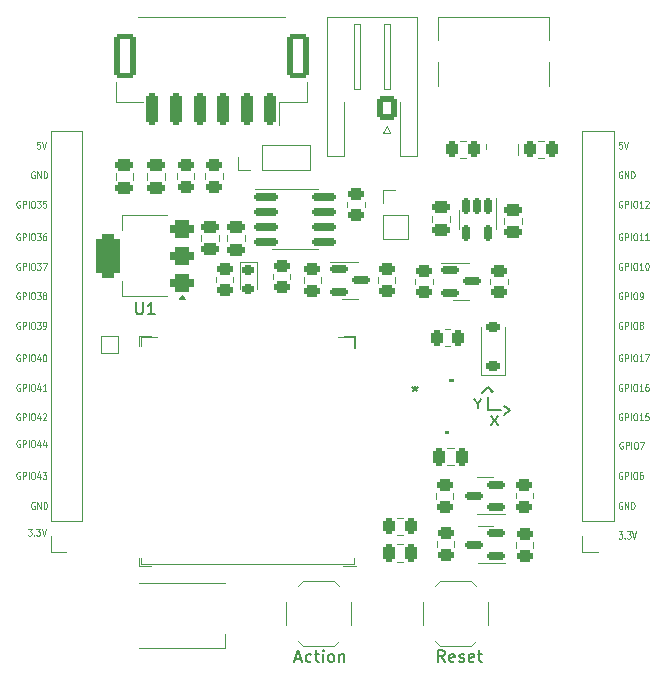
<source format=gbr>
%TF.GenerationSoftware,KiCad,Pcbnew,7.0.11*%
%TF.CreationDate,2024-04-21T20:12:22+02:00*%
%TF.ProjectId,cyberboard,63796265-7262-46f6-9172-642e6b696361,rev?*%
%TF.SameCoordinates,Original*%
%TF.FileFunction,Legend,Top*%
%TF.FilePolarity,Positive*%
%FSLAX46Y46*%
G04 Gerber Fmt 4.6, Leading zero omitted, Abs format (unit mm)*
G04 Created by KiCad (PCBNEW 7.0.11) date 2024-04-21 20:12:22*
%MOMM*%
%LPD*%
G01*
G04 APERTURE LIST*
G04 Aperture macros list*
%AMRoundRect*
0 Rectangle with rounded corners*
0 $1 Rounding radius*
0 $2 $3 $4 $5 $6 $7 $8 $9 X,Y pos of 4 corners*
0 Add a 4 corners polygon primitive as box body*
4,1,4,$2,$3,$4,$5,$6,$7,$8,$9,$2,$3,0*
0 Add four circle primitives for the rounded corners*
1,1,$1+$1,$2,$3*
1,1,$1+$1,$4,$5*
1,1,$1+$1,$6,$7*
1,1,$1+$1,$8,$9*
0 Add four rect primitives between the rounded corners*
20,1,$1+$1,$2,$3,$4,$5,0*
20,1,$1+$1,$4,$5,$6,$7,0*
20,1,$1+$1,$6,$7,$8,$9,0*
20,1,$1+$1,$8,$9,$2,$3,0*%
G04 Aperture macros list end*
%ADD10C,0.200000*%
%ADD11C,0.100000*%
%ADD12C,0.150000*%
%ADD13C,0.120000*%
%ADD14RoundRect,0.250000X-0.475000X0.250000X-0.475000X-0.250000X0.475000X-0.250000X0.475000X0.250000X0*%
%ADD15RoundRect,0.375000X0.625000X0.375000X-0.625000X0.375000X-0.625000X-0.375000X0.625000X-0.375000X0*%
%ADD16RoundRect,0.500000X0.500000X1.400000X-0.500000X1.400000X-0.500000X-1.400000X0.500000X-1.400000X0*%
%ADD17RoundRect,0.250000X-0.262500X-0.450000X0.262500X-0.450000X0.262500X0.450000X-0.262500X0.450000X0*%
%ADD18RoundRect,0.250000X0.250000X1.100000X-0.250000X1.100000X-0.250000X-1.100000X0.250000X-1.100000X0*%
%ADD19RoundRect,0.250000X0.650000X1.650000X-0.650000X1.650000X-0.650000X-1.650000X0.650000X-1.650000X0*%
%ADD20RoundRect,0.250000X-0.450000X0.262500X-0.450000X-0.262500X0.450000X-0.262500X0.450000X0.262500X0*%
%ADD21R,1.000000X0.750000*%
%ADD22R,1.000000X1.000000*%
%ADD23RoundRect,0.150000X0.587500X0.150000X-0.587500X0.150000X-0.587500X-0.150000X0.587500X-0.150000X0*%
%ADD24RoundRect,0.225000X0.375000X-0.225000X0.375000X0.225000X-0.375000X0.225000X-0.375000X-0.225000X0*%
%ADD25R,0.655599X0.204000*%
%ADD26R,0.204000X0.655599*%
%ADD27R,1.700000X1.700000*%
%ADD28O,1.700000X1.700000*%
%ADD29RoundRect,0.150000X-0.587500X-0.150000X0.587500X-0.150000X0.587500X0.150000X-0.587500X0.150000X0*%
%ADD30C,5.600000*%
%ADD31RoundRect,0.150000X-0.825000X-0.150000X0.825000X-0.150000X0.825000X0.150000X-0.825000X0.150000X0*%
%ADD32RoundRect,0.250000X0.450000X-0.262500X0.450000X0.262500X-0.450000X0.262500X-0.450000X-0.262500X0*%
%ADD33R,1.350000X1.350000*%
%ADD34O,1.350000X1.350000*%
%ADD35RoundRect,0.250000X0.600000X0.750000X-0.600000X0.750000X-0.600000X-0.750000X0.600000X-0.750000X0*%
%ADD36O,1.700000X2.000000*%
%ADD37R,1.500000X0.900000*%
%ADD38RoundRect,0.218750X-0.256250X0.218750X-0.256250X-0.218750X0.256250X-0.218750X0.256250X0.218750X0*%
%ADD39RoundRect,0.250000X-0.250000X-0.475000X0.250000X-0.475000X0.250000X0.475000X-0.250000X0.475000X0*%
%ADD40RoundRect,0.250000X0.262500X0.450000X-0.262500X0.450000X-0.262500X-0.450000X0.262500X-0.450000X0*%
%ADD41RoundRect,0.250000X0.250000X0.475000X-0.250000X0.475000X-0.250000X-0.475000X0.250000X-0.475000X0*%
%ADD42R,0.900000X1.500000*%
%ADD43R,0.900000X0.900000*%
%ADD44C,0.650000*%
%ADD45R,0.600000X1.450000*%
%ADD46R,0.300000X1.450000*%
%ADD47O,1.000000X2.100000*%
%ADD48O,1.000000X1.600000*%
%ADD49R,0.250000X0.625000*%
%ADD50R,0.450000X0.700000*%
%ADD51R,0.450000X0.575000*%
%ADD52RoundRect,0.150000X-0.150000X0.512500X-0.150000X-0.512500X0.150000X-0.512500X0.150000X0.512500X0*%
G04 APERTURE END LIST*
D10*
X153341000Y-108130502D02*
X153861000Y-107700502D01*
X151961000Y-105770502D02*
X151511000Y-106250502D01*
X153861000Y-107700502D02*
X153351000Y-107310502D01*
X151971000Y-107710502D02*
X151971000Y-106555502D01*
X151961000Y-105770502D02*
X152331000Y-106130502D01*
X152421000Y-106200502D02*
X151961000Y-105770502D01*
X151971000Y-107710502D02*
X153091000Y-107713002D01*
D11*
X112351741Y-92751194D02*
X112304122Y-92722623D01*
X112304122Y-92722623D02*
X112232693Y-92722623D01*
X112232693Y-92722623D02*
X112161265Y-92751194D01*
X112161265Y-92751194D02*
X112113646Y-92808337D01*
X112113646Y-92808337D02*
X112089836Y-92865480D01*
X112089836Y-92865480D02*
X112066027Y-92979766D01*
X112066027Y-92979766D02*
X112066027Y-93065480D01*
X112066027Y-93065480D02*
X112089836Y-93179766D01*
X112089836Y-93179766D02*
X112113646Y-93236909D01*
X112113646Y-93236909D02*
X112161265Y-93294052D01*
X112161265Y-93294052D02*
X112232693Y-93322623D01*
X112232693Y-93322623D02*
X112280312Y-93322623D01*
X112280312Y-93322623D02*
X112351741Y-93294052D01*
X112351741Y-93294052D02*
X112375550Y-93265480D01*
X112375550Y-93265480D02*
X112375550Y-93065480D01*
X112375550Y-93065480D02*
X112280312Y-93065480D01*
X112589836Y-93322623D02*
X112589836Y-92722623D01*
X112589836Y-92722623D02*
X112780312Y-92722623D01*
X112780312Y-92722623D02*
X112827931Y-92751194D01*
X112827931Y-92751194D02*
X112851741Y-92779766D01*
X112851741Y-92779766D02*
X112875550Y-92836909D01*
X112875550Y-92836909D02*
X112875550Y-92922623D01*
X112875550Y-92922623D02*
X112851741Y-92979766D01*
X112851741Y-92979766D02*
X112827931Y-93008337D01*
X112827931Y-93008337D02*
X112780312Y-93036909D01*
X112780312Y-93036909D02*
X112589836Y-93036909D01*
X113089836Y-93322623D02*
X113089836Y-92722623D01*
X113423169Y-92722623D02*
X113518407Y-92722623D01*
X113518407Y-92722623D02*
X113566026Y-92751194D01*
X113566026Y-92751194D02*
X113613645Y-92808337D01*
X113613645Y-92808337D02*
X113637455Y-92922623D01*
X113637455Y-92922623D02*
X113637455Y-93122623D01*
X113637455Y-93122623D02*
X113613645Y-93236909D01*
X113613645Y-93236909D02*
X113566026Y-93294052D01*
X113566026Y-93294052D02*
X113518407Y-93322623D01*
X113518407Y-93322623D02*
X113423169Y-93322623D01*
X113423169Y-93322623D02*
X113375550Y-93294052D01*
X113375550Y-93294052D02*
X113327931Y-93236909D01*
X113327931Y-93236909D02*
X113304122Y-93122623D01*
X113304122Y-93122623D02*
X113304122Y-92922623D01*
X113304122Y-92922623D02*
X113327931Y-92808337D01*
X113327931Y-92808337D02*
X113375550Y-92751194D01*
X113375550Y-92751194D02*
X113423169Y-92722623D01*
X113804122Y-92722623D02*
X114113646Y-92722623D01*
X114113646Y-92722623D02*
X113946979Y-92951194D01*
X113946979Y-92951194D02*
X114018408Y-92951194D01*
X114018408Y-92951194D02*
X114066027Y-92979766D01*
X114066027Y-92979766D02*
X114089836Y-93008337D01*
X114089836Y-93008337D02*
X114113646Y-93065480D01*
X114113646Y-93065480D02*
X114113646Y-93208337D01*
X114113646Y-93208337D02*
X114089836Y-93265480D01*
X114089836Y-93265480D02*
X114066027Y-93294052D01*
X114066027Y-93294052D02*
X114018408Y-93322623D01*
X114018408Y-93322623D02*
X113875551Y-93322623D01*
X113875551Y-93322623D02*
X113827932Y-93294052D01*
X113827932Y-93294052D02*
X113804122Y-93265480D01*
X114542217Y-92722623D02*
X114446979Y-92722623D01*
X114446979Y-92722623D02*
X114399360Y-92751194D01*
X114399360Y-92751194D02*
X114375550Y-92779766D01*
X114375550Y-92779766D02*
X114327931Y-92865480D01*
X114327931Y-92865480D02*
X114304122Y-92979766D01*
X114304122Y-92979766D02*
X114304122Y-93208337D01*
X114304122Y-93208337D02*
X114327931Y-93265480D01*
X114327931Y-93265480D02*
X114351741Y-93294052D01*
X114351741Y-93294052D02*
X114399360Y-93322623D01*
X114399360Y-93322623D02*
X114494598Y-93322623D01*
X114494598Y-93322623D02*
X114542217Y-93294052D01*
X114542217Y-93294052D02*
X114566026Y-93265480D01*
X114566026Y-93265480D02*
X114589836Y-93208337D01*
X114589836Y-93208337D02*
X114589836Y-93065480D01*
X114589836Y-93065480D02*
X114566026Y-93008337D01*
X114566026Y-93008337D02*
X114542217Y-92979766D01*
X114542217Y-92979766D02*
X114494598Y-92951194D01*
X114494598Y-92951194D02*
X114399360Y-92951194D01*
X114399360Y-92951194D02*
X114351741Y-92979766D01*
X114351741Y-92979766D02*
X114327931Y-93008337D01*
X114327931Y-93008337D02*
X114304122Y-93065480D01*
X163351741Y-90001194D02*
X163304122Y-89972623D01*
X163304122Y-89972623D02*
X163232693Y-89972623D01*
X163232693Y-89972623D02*
X163161265Y-90001194D01*
X163161265Y-90001194D02*
X163113646Y-90058337D01*
X163113646Y-90058337D02*
X163089836Y-90115480D01*
X163089836Y-90115480D02*
X163066027Y-90229766D01*
X163066027Y-90229766D02*
X163066027Y-90315480D01*
X163066027Y-90315480D02*
X163089836Y-90429766D01*
X163089836Y-90429766D02*
X163113646Y-90486909D01*
X163113646Y-90486909D02*
X163161265Y-90544052D01*
X163161265Y-90544052D02*
X163232693Y-90572623D01*
X163232693Y-90572623D02*
X163280312Y-90572623D01*
X163280312Y-90572623D02*
X163351741Y-90544052D01*
X163351741Y-90544052D02*
X163375550Y-90515480D01*
X163375550Y-90515480D02*
X163375550Y-90315480D01*
X163375550Y-90315480D02*
X163280312Y-90315480D01*
X163589836Y-90572623D02*
X163589836Y-89972623D01*
X163589836Y-89972623D02*
X163780312Y-89972623D01*
X163780312Y-89972623D02*
X163827931Y-90001194D01*
X163827931Y-90001194D02*
X163851741Y-90029766D01*
X163851741Y-90029766D02*
X163875550Y-90086909D01*
X163875550Y-90086909D02*
X163875550Y-90172623D01*
X163875550Y-90172623D02*
X163851741Y-90229766D01*
X163851741Y-90229766D02*
X163827931Y-90258337D01*
X163827931Y-90258337D02*
X163780312Y-90286909D01*
X163780312Y-90286909D02*
X163589836Y-90286909D01*
X164089836Y-90572623D02*
X164089836Y-89972623D01*
X164423169Y-89972623D02*
X164518407Y-89972623D01*
X164518407Y-89972623D02*
X164566026Y-90001194D01*
X164566026Y-90001194D02*
X164613645Y-90058337D01*
X164613645Y-90058337D02*
X164637455Y-90172623D01*
X164637455Y-90172623D02*
X164637455Y-90372623D01*
X164637455Y-90372623D02*
X164613645Y-90486909D01*
X164613645Y-90486909D02*
X164566026Y-90544052D01*
X164566026Y-90544052D02*
X164518407Y-90572623D01*
X164518407Y-90572623D02*
X164423169Y-90572623D01*
X164423169Y-90572623D02*
X164375550Y-90544052D01*
X164375550Y-90544052D02*
X164327931Y-90486909D01*
X164327931Y-90486909D02*
X164304122Y-90372623D01*
X164304122Y-90372623D02*
X164304122Y-90172623D01*
X164304122Y-90172623D02*
X164327931Y-90058337D01*
X164327931Y-90058337D02*
X164375550Y-90001194D01*
X164375550Y-90001194D02*
X164423169Y-89972623D01*
X165113646Y-90572623D02*
X164827932Y-90572623D01*
X164970789Y-90572623D02*
X164970789Y-89972623D01*
X164970789Y-89972623D02*
X164923170Y-90058337D01*
X164923170Y-90058337D02*
X164875551Y-90115480D01*
X164875551Y-90115480D02*
X164827932Y-90144052D01*
X165304122Y-90029766D02*
X165327931Y-90001194D01*
X165327931Y-90001194D02*
X165375550Y-89972623D01*
X165375550Y-89972623D02*
X165494598Y-89972623D01*
X165494598Y-89972623D02*
X165542217Y-90001194D01*
X165542217Y-90001194D02*
X165566026Y-90029766D01*
X165566026Y-90029766D02*
X165589836Y-90086909D01*
X165589836Y-90086909D02*
X165589836Y-90144052D01*
X165589836Y-90144052D02*
X165566026Y-90229766D01*
X165566026Y-90229766D02*
X165280312Y-90572623D01*
X165280312Y-90572623D02*
X165589836Y-90572623D01*
X163351741Y-92751194D02*
X163304122Y-92722623D01*
X163304122Y-92722623D02*
X163232693Y-92722623D01*
X163232693Y-92722623D02*
X163161265Y-92751194D01*
X163161265Y-92751194D02*
X163113646Y-92808337D01*
X163113646Y-92808337D02*
X163089836Y-92865480D01*
X163089836Y-92865480D02*
X163066027Y-92979766D01*
X163066027Y-92979766D02*
X163066027Y-93065480D01*
X163066027Y-93065480D02*
X163089836Y-93179766D01*
X163089836Y-93179766D02*
X163113646Y-93236909D01*
X163113646Y-93236909D02*
X163161265Y-93294052D01*
X163161265Y-93294052D02*
X163232693Y-93322623D01*
X163232693Y-93322623D02*
X163280312Y-93322623D01*
X163280312Y-93322623D02*
X163351741Y-93294052D01*
X163351741Y-93294052D02*
X163375550Y-93265480D01*
X163375550Y-93265480D02*
X163375550Y-93065480D01*
X163375550Y-93065480D02*
X163280312Y-93065480D01*
X163589836Y-93322623D02*
X163589836Y-92722623D01*
X163589836Y-92722623D02*
X163780312Y-92722623D01*
X163780312Y-92722623D02*
X163827931Y-92751194D01*
X163827931Y-92751194D02*
X163851741Y-92779766D01*
X163851741Y-92779766D02*
X163875550Y-92836909D01*
X163875550Y-92836909D02*
X163875550Y-92922623D01*
X163875550Y-92922623D02*
X163851741Y-92979766D01*
X163851741Y-92979766D02*
X163827931Y-93008337D01*
X163827931Y-93008337D02*
X163780312Y-93036909D01*
X163780312Y-93036909D02*
X163589836Y-93036909D01*
X164089836Y-93322623D02*
X164089836Y-92722623D01*
X164423169Y-92722623D02*
X164518407Y-92722623D01*
X164518407Y-92722623D02*
X164566026Y-92751194D01*
X164566026Y-92751194D02*
X164613645Y-92808337D01*
X164613645Y-92808337D02*
X164637455Y-92922623D01*
X164637455Y-92922623D02*
X164637455Y-93122623D01*
X164637455Y-93122623D02*
X164613645Y-93236909D01*
X164613645Y-93236909D02*
X164566026Y-93294052D01*
X164566026Y-93294052D02*
X164518407Y-93322623D01*
X164518407Y-93322623D02*
X164423169Y-93322623D01*
X164423169Y-93322623D02*
X164375550Y-93294052D01*
X164375550Y-93294052D02*
X164327931Y-93236909D01*
X164327931Y-93236909D02*
X164304122Y-93122623D01*
X164304122Y-93122623D02*
X164304122Y-92922623D01*
X164304122Y-92922623D02*
X164327931Y-92808337D01*
X164327931Y-92808337D02*
X164375550Y-92751194D01*
X164375550Y-92751194D02*
X164423169Y-92722623D01*
X165113646Y-93322623D02*
X164827932Y-93322623D01*
X164970789Y-93322623D02*
X164970789Y-92722623D01*
X164970789Y-92722623D02*
X164923170Y-92808337D01*
X164923170Y-92808337D02*
X164875551Y-92865480D01*
X164875551Y-92865480D02*
X164827932Y-92894052D01*
X165589836Y-93322623D02*
X165304122Y-93322623D01*
X165446979Y-93322623D02*
X165446979Y-92722623D01*
X165446979Y-92722623D02*
X165399360Y-92808337D01*
X165399360Y-92808337D02*
X165351741Y-92865480D01*
X165351741Y-92865480D02*
X165304122Y-92894052D01*
X163042217Y-117972623D02*
X163351741Y-117972623D01*
X163351741Y-117972623D02*
X163185074Y-118201194D01*
X163185074Y-118201194D02*
X163256503Y-118201194D01*
X163256503Y-118201194D02*
X163304122Y-118229766D01*
X163304122Y-118229766D02*
X163327931Y-118258337D01*
X163327931Y-118258337D02*
X163351741Y-118315480D01*
X163351741Y-118315480D02*
X163351741Y-118458337D01*
X163351741Y-118458337D02*
X163327931Y-118515480D01*
X163327931Y-118515480D02*
X163304122Y-118544052D01*
X163304122Y-118544052D02*
X163256503Y-118572623D01*
X163256503Y-118572623D02*
X163113646Y-118572623D01*
X163113646Y-118572623D02*
X163066027Y-118544052D01*
X163066027Y-118544052D02*
X163042217Y-118515480D01*
X163566026Y-118515480D02*
X163589836Y-118544052D01*
X163589836Y-118544052D02*
X163566026Y-118572623D01*
X163566026Y-118572623D02*
X163542217Y-118544052D01*
X163542217Y-118544052D02*
X163566026Y-118515480D01*
X163566026Y-118515480D02*
X163566026Y-118572623D01*
X163756502Y-117972623D02*
X164066026Y-117972623D01*
X164066026Y-117972623D02*
X163899359Y-118201194D01*
X163899359Y-118201194D02*
X163970788Y-118201194D01*
X163970788Y-118201194D02*
X164018407Y-118229766D01*
X164018407Y-118229766D02*
X164042216Y-118258337D01*
X164042216Y-118258337D02*
X164066026Y-118315480D01*
X164066026Y-118315480D02*
X164066026Y-118458337D01*
X164066026Y-118458337D02*
X164042216Y-118515480D01*
X164042216Y-118515480D02*
X164018407Y-118544052D01*
X164018407Y-118544052D02*
X163970788Y-118572623D01*
X163970788Y-118572623D02*
X163827931Y-118572623D01*
X163827931Y-118572623D02*
X163780312Y-118544052D01*
X163780312Y-118544052D02*
X163756502Y-118515480D01*
X164208883Y-117972623D02*
X164375549Y-118572623D01*
X164375549Y-118572623D02*
X164542216Y-117972623D01*
D10*
X151106564Y-107153744D02*
X151106564Y-107534697D01*
X151373231Y-106734697D02*
X151106564Y-107153744D01*
X151106564Y-107153744D02*
X150839898Y-106734697D01*
D11*
X163351741Y-108001194D02*
X163304122Y-107972623D01*
X163304122Y-107972623D02*
X163232693Y-107972623D01*
X163232693Y-107972623D02*
X163161265Y-108001194D01*
X163161265Y-108001194D02*
X163113646Y-108058337D01*
X163113646Y-108058337D02*
X163089836Y-108115480D01*
X163089836Y-108115480D02*
X163066027Y-108229766D01*
X163066027Y-108229766D02*
X163066027Y-108315480D01*
X163066027Y-108315480D02*
X163089836Y-108429766D01*
X163089836Y-108429766D02*
X163113646Y-108486909D01*
X163113646Y-108486909D02*
X163161265Y-108544052D01*
X163161265Y-108544052D02*
X163232693Y-108572623D01*
X163232693Y-108572623D02*
X163280312Y-108572623D01*
X163280312Y-108572623D02*
X163351741Y-108544052D01*
X163351741Y-108544052D02*
X163375550Y-108515480D01*
X163375550Y-108515480D02*
X163375550Y-108315480D01*
X163375550Y-108315480D02*
X163280312Y-108315480D01*
X163589836Y-108572623D02*
X163589836Y-107972623D01*
X163589836Y-107972623D02*
X163780312Y-107972623D01*
X163780312Y-107972623D02*
X163827931Y-108001194D01*
X163827931Y-108001194D02*
X163851741Y-108029766D01*
X163851741Y-108029766D02*
X163875550Y-108086909D01*
X163875550Y-108086909D02*
X163875550Y-108172623D01*
X163875550Y-108172623D02*
X163851741Y-108229766D01*
X163851741Y-108229766D02*
X163827931Y-108258337D01*
X163827931Y-108258337D02*
X163780312Y-108286909D01*
X163780312Y-108286909D02*
X163589836Y-108286909D01*
X164089836Y-108572623D02*
X164089836Y-107972623D01*
X164423169Y-107972623D02*
X164518407Y-107972623D01*
X164518407Y-107972623D02*
X164566026Y-108001194D01*
X164566026Y-108001194D02*
X164613645Y-108058337D01*
X164613645Y-108058337D02*
X164637455Y-108172623D01*
X164637455Y-108172623D02*
X164637455Y-108372623D01*
X164637455Y-108372623D02*
X164613645Y-108486909D01*
X164613645Y-108486909D02*
X164566026Y-108544052D01*
X164566026Y-108544052D02*
X164518407Y-108572623D01*
X164518407Y-108572623D02*
X164423169Y-108572623D01*
X164423169Y-108572623D02*
X164375550Y-108544052D01*
X164375550Y-108544052D02*
X164327931Y-108486909D01*
X164327931Y-108486909D02*
X164304122Y-108372623D01*
X164304122Y-108372623D02*
X164304122Y-108172623D01*
X164304122Y-108172623D02*
X164327931Y-108058337D01*
X164327931Y-108058337D02*
X164375550Y-108001194D01*
X164375550Y-108001194D02*
X164423169Y-107972623D01*
X165113646Y-108572623D02*
X164827932Y-108572623D01*
X164970789Y-108572623D02*
X164970789Y-107972623D01*
X164970789Y-107972623D02*
X164923170Y-108058337D01*
X164923170Y-108058337D02*
X164875551Y-108115480D01*
X164875551Y-108115480D02*
X164827932Y-108144052D01*
X165566026Y-107972623D02*
X165327931Y-107972623D01*
X165327931Y-107972623D02*
X165304122Y-108258337D01*
X165304122Y-108258337D02*
X165327931Y-108229766D01*
X165327931Y-108229766D02*
X165375550Y-108201194D01*
X165375550Y-108201194D02*
X165494598Y-108201194D01*
X165494598Y-108201194D02*
X165542217Y-108229766D01*
X165542217Y-108229766D02*
X165566026Y-108258337D01*
X165566026Y-108258337D02*
X165589836Y-108315480D01*
X165589836Y-108315480D02*
X165589836Y-108458337D01*
X165589836Y-108458337D02*
X165566026Y-108515480D01*
X165566026Y-108515480D02*
X165542217Y-108544052D01*
X165542217Y-108544052D02*
X165494598Y-108572623D01*
X165494598Y-108572623D02*
X165375550Y-108572623D01*
X165375550Y-108572623D02*
X165327931Y-108544052D01*
X165327931Y-108544052D02*
X165304122Y-108515480D01*
X163351741Y-103001194D02*
X163304122Y-102972623D01*
X163304122Y-102972623D02*
X163232693Y-102972623D01*
X163232693Y-102972623D02*
X163161265Y-103001194D01*
X163161265Y-103001194D02*
X163113646Y-103058337D01*
X163113646Y-103058337D02*
X163089836Y-103115480D01*
X163089836Y-103115480D02*
X163066027Y-103229766D01*
X163066027Y-103229766D02*
X163066027Y-103315480D01*
X163066027Y-103315480D02*
X163089836Y-103429766D01*
X163089836Y-103429766D02*
X163113646Y-103486909D01*
X163113646Y-103486909D02*
X163161265Y-103544052D01*
X163161265Y-103544052D02*
X163232693Y-103572623D01*
X163232693Y-103572623D02*
X163280312Y-103572623D01*
X163280312Y-103572623D02*
X163351741Y-103544052D01*
X163351741Y-103544052D02*
X163375550Y-103515480D01*
X163375550Y-103515480D02*
X163375550Y-103315480D01*
X163375550Y-103315480D02*
X163280312Y-103315480D01*
X163589836Y-103572623D02*
X163589836Y-102972623D01*
X163589836Y-102972623D02*
X163780312Y-102972623D01*
X163780312Y-102972623D02*
X163827931Y-103001194D01*
X163827931Y-103001194D02*
X163851741Y-103029766D01*
X163851741Y-103029766D02*
X163875550Y-103086909D01*
X163875550Y-103086909D02*
X163875550Y-103172623D01*
X163875550Y-103172623D02*
X163851741Y-103229766D01*
X163851741Y-103229766D02*
X163827931Y-103258337D01*
X163827931Y-103258337D02*
X163780312Y-103286909D01*
X163780312Y-103286909D02*
X163589836Y-103286909D01*
X164089836Y-103572623D02*
X164089836Y-102972623D01*
X164423169Y-102972623D02*
X164518407Y-102972623D01*
X164518407Y-102972623D02*
X164566026Y-103001194D01*
X164566026Y-103001194D02*
X164613645Y-103058337D01*
X164613645Y-103058337D02*
X164637455Y-103172623D01*
X164637455Y-103172623D02*
X164637455Y-103372623D01*
X164637455Y-103372623D02*
X164613645Y-103486909D01*
X164613645Y-103486909D02*
X164566026Y-103544052D01*
X164566026Y-103544052D02*
X164518407Y-103572623D01*
X164518407Y-103572623D02*
X164423169Y-103572623D01*
X164423169Y-103572623D02*
X164375550Y-103544052D01*
X164375550Y-103544052D02*
X164327931Y-103486909D01*
X164327931Y-103486909D02*
X164304122Y-103372623D01*
X164304122Y-103372623D02*
X164304122Y-103172623D01*
X164304122Y-103172623D02*
X164327931Y-103058337D01*
X164327931Y-103058337D02*
X164375550Y-103001194D01*
X164375550Y-103001194D02*
X164423169Y-102972623D01*
X165113646Y-103572623D02*
X164827932Y-103572623D01*
X164970789Y-103572623D02*
X164970789Y-102972623D01*
X164970789Y-102972623D02*
X164923170Y-103058337D01*
X164923170Y-103058337D02*
X164875551Y-103115480D01*
X164875551Y-103115480D02*
X164827932Y-103144052D01*
X165280312Y-102972623D02*
X165613645Y-102972623D01*
X165613645Y-102972623D02*
X165399360Y-103572623D01*
X163351741Y-87501194D02*
X163304122Y-87472623D01*
X163304122Y-87472623D02*
X163232693Y-87472623D01*
X163232693Y-87472623D02*
X163161265Y-87501194D01*
X163161265Y-87501194D02*
X163113646Y-87558337D01*
X163113646Y-87558337D02*
X163089836Y-87615480D01*
X163089836Y-87615480D02*
X163066027Y-87729766D01*
X163066027Y-87729766D02*
X163066027Y-87815480D01*
X163066027Y-87815480D02*
X163089836Y-87929766D01*
X163089836Y-87929766D02*
X163113646Y-87986909D01*
X163113646Y-87986909D02*
X163161265Y-88044052D01*
X163161265Y-88044052D02*
X163232693Y-88072623D01*
X163232693Y-88072623D02*
X163280312Y-88072623D01*
X163280312Y-88072623D02*
X163351741Y-88044052D01*
X163351741Y-88044052D02*
X163375550Y-88015480D01*
X163375550Y-88015480D02*
X163375550Y-87815480D01*
X163375550Y-87815480D02*
X163280312Y-87815480D01*
X163589836Y-88072623D02*
X163589836Y-87472623D01*
X163589836Y-87472623D02*
X163875550Y-88072623D01*
X163875550Y-88072623D02*
X163875550Y-87472623D01*
X164113646Y-88072623D02*
X164113646Y-87472623D01*
X164113646Y-87472623D02*
X164232694Y-87472623D01*
X164232694Y-87472623D02*
X164304122Y-87501194D01*
X164304122Y-87501194D02*
X164351741Y-87558337D01*
X164351741Y-87558337D02*
X164375551Y-87615480D01*
X164375551Y-87615480D02*
X164399360Y-87729766D01*
X164399360Y-87729766D02*
X164399360Y-87815480D01*
X164399360Y-87815480D02*
X164375551Y-87929766D01*
X164375551Y-87929766D02*
X164351741Y-87986909D01*
X164351741Y-87986909D02*
X164304122Y-88044052D01*
X164304122Y-88044052D02*
X164232694Y-88072623D01*
X164232694Y-88072623D02*
X164113646Y-88072623D01*
X112351741Y-90001194D02*
X112304122Y-89972623D01*
X112304122Y-89972623D02*
X112232693Y-89972623D01*
X112232693Y-89972623D02*
X112161265Y-90001194D01*
X112161265Y-90001194D02*
X112113646Y-90058337D01*
X112113646Y-90058337D02*
X112089836Y-90115480D01*
X112089836Y-90115480D02*
X112066027Y-90229766D01*
X112066027Y-90229766D02*
X112066027Y-90315480D01*
X112066027Y-90315480D02*
X112089836Y-90429766D01*
X112089836Y-90429766D02*
X112113646Y-90486909D01*
X112113646Y-90486909D02*
X112161265Y-90544052D01*
X112161265Y-90544052D02*
X112232693Y-90572623D01*
X112232693Y-90572623D02*
X112280312Y-90572623D01*
X112280312Y-90572623D02*
X112351741Y-90544052D01*
X112351741Y-90544052D02*
X112375550Y-90515480D01*
X112375550Y-90515480D02*
X112375550Y-90315480D01*
X112375550Y-90315480D02*
X112280312Y-90315480D01*
X112589836Y-90572623D02*
X112589836Y-89972623D01*
X112589836Y-89972623D02*
X112780312Y-89972623D01*
X112780312Y-89972623D02*
X112827931Y-90001194D01*
X112827931Y-90001194D02*
X112851741Y-90029766D01*
X112851741Y-90029766D02*
X112875550Y-90086909D01*
X112875550Y-90086909D02*
X112875550Y-90172623D01*
X112875550Y-90172623D02*
X112851741Y-90229766D01*
X112851741Y-90229766D02*
X112827931Y-90258337D01*
X112827931Y-90258337D02*
X112780312Y-90286909D01*
X112780312Y-90286909D02*
X112589836Y-90286909D01*
X113089836Y-90572623D02*
X113089836Y-89972623D01*
X113423169Y-89972623D02*
X113518407Y-89972623D01*
X113518407Y-89972623D02*
X113566026Y-90001194D01*
X113566026Y-90001194D02*
X113613645Y-90058337D01*
X113613645Y-90058337D02*
X113637455Y-90172623D01*
X113637455Y-90172623D02*
X113637455Y-90372623D01*
X113637455Y-90372623D02*
X113613645Y-90486909D01*
X113613645Y-90486909D02*
X113566026Y-90544052D01*
X113566026Y-90544052D02*
X113518407Y-90572623D01*
X113518407Y-90572623D02*
X113423169Y-90572623D01*
X113423169Y-90572623D02*
X113375550Y-90544052D01*
X113375550Y-90544052D02*
X113327931Y-90486909D01*
X113327931Y-90486909D02*
X113304122Y-90372623D01*
X113304122Y-90372623D02*
X113304122Y-90172623D01*
X113304122Y-90172623D02*
X113327931Y-90058337D01*
X113327931Y-90058337D02*
X113375550Y-90001194D01*
X113375550Y-90001194D02*
X113423169Y-89972623D01*
X113804122Y-89972623D02*
X114113646Y-89972623D01*
X114113646Y-89972623D02*
X113946979Y-90201194D01*
X113946979Y-90201194D02*
X114018408Y-90201194D01*
X114018408Y-90201194D02*
X114066027Y-90229766D01*
X114066027Y-90229766D02*
X114089836Y-90258337D01*
X114089836Y-90258337D02*
X114113646Y-90315480D01*
X114113646Y-90315480D02*
X114113646Y-90458337D01*
X114113646Y-90458337D02*
X114089836Y-90515480D01*
X114089836Y-90515480D02*
X114066027Y-90544052D01*
X114066027Y-90544052D02*
X114018408Y-90572623D01*
X114018408Y-90572623D02*
X113875551Y-90572623D01*
X113875551Y-90572623D02*
X113827932Y-90544052D01*
X113827932Y-90544052D02*
X113804122Y-90515480D01*
X114566026Y-89972623D02*
X114327931Y-89972623D01*
X114327931Y-89972623D02*
X114304122Y-90258337D01*
X114304122Y-90258337D02*
X114327931Y-90229766D01*
X114327931Y-90229766D02*
X114375550Y-90201194D01*
X114375550Y-90201194D02*
X114494598Y-90201194D01*
X114494598Y-90201194D02*
X114542217Y-90229766D01*
X114542217Y-90229766D02*
X114566026Y-90258337D01*
X114566026Y-90258337D02*
X114589836Y-90315480D01*
X114589836Y-90315480D02*
X114589836Y-90458337D01*
X114589836Y-90458337D02*
X114566026Y-90515480D01*
X114566026Y-90515480D02*
X114542217Y-90544052D01*
X114542217Y-90544052D02*
X114494598Y-90572623D01*
X114494598Y-90572623D02*
X114375550Y-90572623D01*
X114375550Y-90572623D02*
X114327931Y-90544052D01*
X114327931Y-90544052D02*
X114304122Y-90515480D01*
X163351741Y-95251194D02*
X163304122Y-95222623D01*
X163304122Y-95222623D02*
X163232693Y-95222623D01*
X163232693Y-95222623D02*
X163161265Y-95251194D01*
X163161265Y-95251194D02*
X163113646Y-95308337D01*
X163113646Y-95308337D02*
X163089836Y-95365480D01*
X163089836Y-95365480D02*
X163066027Y-95479766D01*
X163066027Y-95479766D02*
X163066027Y-95565480D01*
X163066027Y-95565480D02*
X163089836Y-95679766D01*
X163089836Y-95679766D02*
X163113646Y-95736909D01*
X163113646Y-95736909D02*
X163161265Y-95794052D01*
X163161265Y-95794052D02*
X163232693Y-95822623D01*
X163232693Y-95822623D02*
X163280312Y-95822623D01*
X163280312Y-95822623D02*
X163351741Y-95794052D01*
X163351741Y-95794052D02*
X163375550Y-95765480D01*
X163375550Y-95765480D02*
X163375550Y-95565480D01*
X163375550Y-95565480D02*
X163280312Y-95565480D01*
X163589836Y-95822623D02*
X163589836Y-95222623D01*
X163589836Y-95222623D02*
X163780312Y-95222623D01*
X163780312Y-95222623D02*
X163827931Y-95251194D01*
X163827931Y-95251194D02*
X163851741Y-95279766D01*
X163851741Y-95279766D02*
X163875550Y-95336909D01*
X163875550Y-95336909D02*
X163875550Y-95422623D01*
X163875550Y-95422623D02*
X163851741Y-95479766D01*
X163851741Y-95479766D02*
X163827931Y-95508337D01*
X163827931Y-95508337D02*
X163780312Y-95536909D01*
X163780312Y-95536909D02*
X163589836Y-95536909D01*
X164089836Y-95822623D02*
X164089836Y-95222623D01*
X164423169Y-95222623D02*
X164518407Y-95222623D01*
X164518407Y-95222623D02*
X164566026Y-95251194D01*
X164566026Y-95251194D02*
X164613645Y-95308337D01*
X164613645Y-95308337D02*
X164637455Y-95422623D01*
X164637455Y-95422623D02*
X164637455Y-95622623D01*
X164637455Y-95622623D02*
X164613645Y-95736909D01*
X164613645Y-95736909D02*
X164566026Y-95794052D01*
X164566026Y-95794052D02*
X164518407Y-95822623D01*
X164518407Y-95822623D02*
X164423169Y-95822623D01*
X164423169Y-95822623D02*
X164375550Y-95794052D01*
X164375550Y-95794052D02*
X164327931Y-95736909D01*
X164327931Y-95736909D02*
X164304122Y-95622623D01*
X164304122Y-95622623D02*
X164304122Y-95422623D01*
X164304122Y-95422623D02*
X164327931Y-95308337D01*
X164327931Y-95308337D02*
X164375550Y-95251194D01*
X164375550Y-95251194D02*
X164423169Y-95222623D01*
X165113646Y-95822623D02*
X164827932Y-95822623D01*
X164970789Y-95822623D02*
X164970789Y-95222623D01*
X164970789Y-95222623D02*
X164923170Y-95308337D01*
X164923170Y-95308337D02*
X164875551Y-95365480D01*
X164875551Y-95365480D02*
X164827932Y-95394052D01*
X165423169Y-95222623D02*
X165470788Y-95222623D01*
X165470788Y-95222623D02*
X165518407Y-95251194D01*
X165518407Y-95251194D02*
X165542217Y-95279766D01*
X165542217Y-95279766D02*
X165566026Y-95336909D01*
X165566026Y-95336909D02*
X165589836Y-95451194D01*
X165589836Y-95451194D02*
X165589836Y-95594052D01*
X165589836Y-95594052D02*
X165566026Y-95708337D01*
X165566026Y-95708337D02*
X165542217Y-95765480D01*
X165542217Y-95765480D02*
X165518407Y-95794052D01*
X165518407Y-95794052D02*
X165470788Y-95822623D01*
X165470788Y-95822623D02*
X165423169Y-95822623D01*
X165423169Y-95822623D02*
X165375550Y-95794052D01*
X165375550Y-95794052D02*
X165351741Y-95765480D01*
X165351741Y-95765480D02*
X165327931Y-95708337D01*
X165327931Y-95708337D02*
X165304122Y-95594052D01*
X165304122Y-95594052D02*
X165304122Y-95451194D01*
X165304122Y-95451194D02*
X165327931Y-95336909D01*
X165327931Y-95336909D02*
X165351741Y-95279766D01*
X165351741Y-95279766D02*
X165375550Y-95251194D01*
X165375550Y-95251194D02*
X165423169Y-95222623D01*
X163351741Y-100251194D02*
X163304122Y-100222623D01*
X163304122Y-100222623D02*
X163232693Y-100222623D01*
X163232693Y-100222623D02*
X163161265Y-100251194D01*
X163161265Y-100251194D02*
X163113646Y-100308337D01*
X163113646Y-100308337D02*
X163089836Y-100365480D01*
X163089836Y-100365480D02*
X163066027Y-100479766D01*
X163066027Y-100479766D02*
X163066027Y-100565480D01*
X163066027Y-100565480D02*
X163089836Y-100679766D01*
X163089836Y-100679766D02*
X163113646Y-100736909D01*
X163113646Y-100736909D02*
X163161265Y-100794052D01*
X163161265Y-100794052D02*
X163232693Y-100822623D01*
X163232693Y-100822623D02*
X163280312Y-100822623D01*
X163280312Y-100822623D02*
X163351741Y-100794052D01*
X163351741Y-100794052D02*
X163375550Y-100765480D01*
X163375550Y-100765480D02*
X163375550Y-100565480D01*
X163375550Y-100565480D02*
X163280312Y-100565480D01*
X163589836Y-100822623D02*
X163589836Y-100222623D01*
X163589836Y-100222623D02*
X163780312Y-100222623D01*
X163780312Y-100222623D02*
X163827931Y-100251194D01*
X163827931Y-100251194D02*
X163851741Y-100279766D01*
X163851741Y-100279766D02*
X163875550Y-100336909D01*
X163875550Y-100336909D02*
X163875550Y-100422623D01*
X163875550Y-100422623D02*
X163851741Y-100479766D01*
X163851741Y-100479766D02*
X163827931Y-100508337D01*
X163827931Y-100508337D02*
X163780312Y-100536909D01*
X163780312Y-100536909D02*
X163589836Y-100536909D01*
X164089836Y-100822623D02*
X164089836Y-100222623D01*
X164423169Y-100222623D02*
X164518407Y-100222623D01*
X164518407Y-100222623D02*
X164566026Y-100251194D01*
X164566026Y-100251194D02*
X164613645Y-100308337D01*
X164613645Y-100308337D02*
X164637455Y-100422623D01*
X164637455Y-100422623D02*
X164637455Y-100622623D01*
X164637455Y-100622623D02*
X164613645Y-100736909D01*
X164613645Y-100736909D02*
X164566026Y-100794052D01*
X164566026Y-100794052D02*
X164518407Y-100822623D01*
X164518407Y-100822623D02*
X164423169Y-100822623D01*
X164423169Y-100822623D02*
X164375550Y-100794052D01*
X164375550Y-100794052D02*
X164327931Y-100736909D01*
X164327931Y-100736909D02*
X164304122Y-100622623D01*
X164304122Y-100622623D02*
X164304122Y-100422623D01*
X164304122Y-100422623D02*
X164327931Y-100308337D01*
X164327931Y-100308337D02*
X164375550Y-100251194D01*
X164375550Y-100251194D02*
X164423169Y-100222623D01*
X164923170Y-100479766D02*
X164875551Y-100451194D01*
X164875551Y-100451194D02*
X164851741Y-100422623D01*
X164851741Y-100422623D02*
X164827932Y-100365480D01*
X164827932Y-100365480D02*
X164827932Y-100336909D01*
X164827932Y-100336909D02*
X164851741Y-100279766D01*
X164851741Y-100279766D02*
X164875551Y-100251194D01*
X164875551Y-100251194D02*
X164923170Y-100222623D01*
X164923170Y-100222623D02*
X165018408Y-100222623D01*
X165018408Y-100222623D02*
X165066027Y-100251194D01*
X165066027Y-100251194D02*
X165089836Y-100279766D01*
X165089836Y-100279766D02*
X165113646Y-100336909D01*
X165113646Y-100336909D02*
X165113646Y-100365480D01*
X165113646Y-100365480D02*
X165089836Y-100422623D01*
X165089836Y-100422623D02*
X165066027Y-100451194D01*
X165066027Y-100451194D02*
X165018408Y-100479766D01*
X165018408Y-100479766D02*
X164923170Y-100479766D01*
X164923170Y-100479766D02*
X164875551Y-100508337D01*
X164875551Y-100508337D02*
X164851741Y-100536909D01*
X164851741Y-100536909D02*
X164827932Y-100594052D01*
X164827932Y-100594052D02*
X164827932Y-100708337D01*
X164827932Y-100708337D02*
X164851741Y-100765480D01*
X164851741Y-100765480D02*
X164875551Y-100794052D01*
X164875551Y-100794052D02*
X164923170Y-100822623D01*
X164923170Y-100822623D02*
X165018408Y-100822623D01*
X165018408Y-100822623D02*
X165066027Y-100794052D01*
X165066027Y-100794052D02*
X165089836Y-100765480D01*
X165089836Y-100765480D02*
X165113646Y-100708337D01*
X165113646Y-100708337D02*
X165113646Y-100594052D01*
X165113646Y-100594052D02*
X165089836Y-100536909D01*
X165089836Y-100536909D02*
X165066027Y-100508337D01*
X165066027Y-100508337D02*
X165018408Y-100479766D01*
X114077931Y-84972623D02*
X113839836Y-84972623D01*
X113839836Y-84972623D02*
X113816027Y-85258337D01*
X113816027Y-85258337D02*
X113839836Y-85229766D01*
X113839836Y-85229766D02*
X113887455Y-85201194D01*
X113887455Y-85201194D02*
X114006503Y-85201194D01*
X114006503Y-85201194D02*
X114054122Y-85229766D01*
X114054122Y-85229766D02*
X114077931Y-85258337D01*
X114077931Y-85258337D02*
X114101741Y-85315480D01*
X114101741Y-85315480D02*
X114101741Y-85458337D01*
X114101741Y-85458337D02*
X114077931Y-85515480D01*
X114077931Y-85515480D02*
X114054122Y-85544052D01*
X114054122Y-85544052D02*
X114006503Y-85572623D01*
X114006503Y-85572623D02*
X113887455Y-85572623D01*
X113887455Y-85572623D02*
X113839836Y-85544052D01*
X113839836Y-85544052D02*
X113816027Y-85515480D01*
X114244598Y-84972623D02*
X114411264Y-85572623D01*
X114411264Y-85572623D02*
X114577931Y-84972623D01*
X112351741Y-108001194D02*
X112304122Y-107972623D01*
X112304122Y-107972623D02*
X112232693Y-107972623D01*
X112232693Y-107972623D02*
X112161265Y-108001194D01*
X112161265Y-108001194D02*
X112113646Y-108058337D01*
X112113646Y-108058337D02*
X112089836Y-108115480D01*
X112089836Y-108115480D02*
X112066027Y-108229766D01*
X112066027Y-108229766D02*
X112066027Y-108315480D01*
X112066027Y-108315480D02*
X112089836Y-108429766D01*
X112089836Y-108429766D02*
X112113646Y-108486909D01*
X112113646Y-108486909D02*
X112161265Y-108544052D01*
X112161265Y-108544052D02*
X112232693Y-108572623D01*
X112232693Y-108572623D02*
X112280312Y-108572623D01*
X112280312Y-108572623D02*
X112351741Y-108544052D01*
X112351741Y-108544052D02*
X112375550Y-108515480D01*
X112375550Y-108515480D02*
X112375550Y-108315480D01*
X112375550Y-108315480D02*
X112280312Y-108315480D01*
X112589836Y-108572623D02*
X112589836Y-107972623D01*
X112589836Y-107972623D02*
X112780312Y-107972623D01*
X112780312Y-107972623D02*
X112827931Y-108001194D01*
X112827931Y-108001194D02*
X112851741Y-108029766D01*
X112851741Y-108029766D02*
X112875550Y-108086909D01*
X112875550Y-108086909D02*
X112875550Y-108172623D01*
X112875550Y-108172623D02*
X112851741Y-108229766D01*
X112851741Y-108229766D02*
X112827931Y-108258337D01*
X112827931Y-108258337D02*
X112780312Y-108286909D01*
X112780312Y-108286909D02*
X112589836Y-108286909D01*
X113089836Y-108572623D02*
X113089836Y-107972623D01*
X113423169Y-107972623D02*
X113518407Y-107972623D01*
X113518407Y-107972623D02*
X113566026Y-108001194D01*
X113566026Y-108001194D02*
X113613645Y-108058337D01*
X113613645Y-108058337D02*
X113637455Y-108172623D01*
X113637455Y-108172623D02*
X113637455Y-108372623D01*
X113637455Y-108372623D02*
X113613645Y-108486909D01*
X113613645Y-108486909D02*
X113566026Y-108544052D01*
X113566026Y-108544052D02*
X113518407Y-108572623D01*
X113518407Y-108572623D02*
X113423169Y-108572623D01*
X113423169Y-108572623D02*
X113375550Y-108544052D01*
X113375550Y-108544052D02*
X113327931Y-108486909D01*
X113327931Y-108486909D02*
X113304122Y-108372623D01*
X113304122Y-108372623D02*
X113304122Y-108172623D01*
X113304122Y-108172623D02*
X113327931Y-108058337D01*
X113327931Y-108058337D02*
X113375550Y-108001194D01*
X113375550Y-108001194D02*
X113423169Y-107972623D01*
X114066027Y-108172623D02*
X114066027Y-108572623D01*
X113946979Y-107944052D02*
X113827932Y-108372623D01*
X113827932Y-108372623D02*
X114137455Y-108372623D01*
X114304122Y-108029766D02*
X114327931Y-108001194D01*
X114327931Y-108001194D02*
X114375550Y-107972623D01*
X114375550Y-107972623D02*
X114494598Y-107972623D01*
X114494598Y-107972623D02*
X114542217Y-108001194D01*
X114542217Y-108001194D02*
X114566026Y-108029766D01*
X114566026Y-108029766D02*
X114589836Y-108086909D01*
X114589836Y-108086909D02*
X114589836Y-108144052D01*
X114589836Y-108144052D02*
X114566026Y-108229766D01*
X114566026Y-108229766D02*
X114280312Y-108572623D01*
X114280312Y-108572623D02*
X114589836Y-108572623D01*
X112351741Y-95251194D02*
X112304122Y-95222623D01*
X112304122Y-95222623D02*
X112232693Y-95222623D01*
X112232693Y-95222623D02*
X112161265Y-95251194D01*
X112161265Y-95251194D02*
X112113646Y-95308337D01*
X112113646Y-95308337D02*
X112089836Y-95365480D01*
X112089836Y-95365480D02*
X112066027Y-95479766D01*
X112066027Y-95479766D02*
X112066027Y-95565480D01*
X112066027Y-95565480D02*
X112089836Y-95679766D01*
X112089836Y-95679766D02*
X112113646Y-95736909D01*
X112113646Y-95736909D02*
X112161265Y-95794052D01*
X112161265Y-95794052D02*
X112232693Y-95822623D01*
X112232693Y-95822623D02*
X112280312Y-95822623D01*
X112280312Y-95822623D02*
X112351741Y-95794052D01*
X112351741Y-95794052D02*
X112375550Y-95765480D01*
X112375550Y-95765480D02*
X112375550Y-95565480D01*
X112375550Y-95565480D02*
X112280312Y-95565480D01*
X112589836Y-95822623D02*
X112589836Y-95222623D01*
X112589836Y-95222623D02*
X112780312Y-95222623D01*
X112780312Y-95222623D02*
X112827931Y-95251194D01*
X112827931Y-95251194D02*
X112851741Y-95279766D01*
X112851741Y-95279766D02*
X112875550Y-95336909D01*
X112875550Y-95336909D02*
X112875550Y-95422623D01*
X112875550Y-95422623D02*
X112851741Y-95479766D01*
X112851741Y-95479766D02*
X112827931Y-95508337D01*
X112827931Y-95508337D02*
X112780312Y-95536909D01*
X112780312Y-95536909D02*
X112589836Y-95536909D01*
X113089836Y-95822623D02*
X113089836Y-95222623D01*
X113423169Y-95222623D02*
X113518407Y-95222623D01*
X113518407Y-95222623D02*
X113566026Y-95251194D01*
X113566026Y-95251194D02*
X113613645Y-95308337D01*
X113613645Y-95308337D02*
X113637455Y-95422623D01*
X113637455Y-95422623D02*
X113637455Y-95622623D01*
X113637455Y-95622623D02*
X113613645Y-95736909D01*
X113613645Y-95736909D02*
X113566026Y-95794052D01*
X113566026Y-95794052D02*
X113518407Y-95822623D01*
X113518407Y-95822623D02*
X113423169Y-95822623D01*
X113423169Y-95822623D02*
X113375550Y-95794052D01*
X113375550Y-95794052D02*
X113327931Y-95736909D01*
X113327931Y-95736909D02*
X113304122Y-95622623D01*
X113304122Y-95622623D02*
X113304122Y-95422623D01*
X113304122Y-95422623D02*
X113327931Y-95308337D01*
X113327931Y-95308337D02*
X113375550Y-95251194D01*
X113375550Y-95251194D02*
X113423169Y-95222623D01*
X113804122Y-95222623D02*
X114113646Y-95222623D01*
X114113646Y-95222623D02*
X113946979Y-95451194D01*
X113946979Y-95451194D02*
X114018408Y-95451194D01*
X114018408Y-95451194D02*
X114066027Y-95479766D01*
X114066027Y-95479766D02*
X114089836Y-95508337D01*
X114089836Y-95508337D02*
X114113646Y-95565480D01*
X114113646Y-95565480D02*
X114113646Y-95708337D01*
X114113646Y-95708337D02*
X114089836Y-95765480D01*
X114089836Y-95765480D02*
X114066027Y-95794052D01*
X114066027Y-95794052D02*
X114018408Y-95822623D01*
X114018408Y-95822623D02*
X113875551Y-95822623D01*
X113875551Y-95822623D02*
X113827932Y-95794052D01*
X113827932Y-95794052D02*
X113804122Y-95765480D01*
X114280312Y-95222623D02*
X114613645Y-95222623D01*
X114613645Y-95222623D02*
X114399360Y-95822623D01*
D10*
X152266863Y-108971306D02*
X152800197Y-108171306D01*
X152800197Y-108971306D02*
X152266863Y-108171306D01*
D11*
X112351741Y-105501194D02*
X112304122Y-105472623D01*
X112304122Y-105472623D02*
X112232693Y-105472623D01*
X112232693Y-105472623D02*
X112161265Y-105501194D01*
X112161265Y-105501194D02*
X112113646Y-105558337D01*
X112113646Y-105558337D02*
X112089836Y-105615480D01*
X112089836Y-105615480D02*
X112066027Y-105729766D01*
X112066027Y-105729766D02*
X112066027Y-105815480D01*
X112066027Y-105815480D02*
X112089836Y-105929766D01*
X112089836Y-105929766D02*
X112113646Y-105986909D01*
X112113646Y-105986909D02*
X112161265Y-106044052D01*
X112161265Y-106044052D02*
X112232693Y-106072623D01*
X112232693Y-106072623D02*
X112280312Y-106072623D01*
X112280312Y-106072623D02*
X112351741Y-106044052D01*
X112351741Y-106044052D02*
X112375550Y-106015480D01*
X112375550Y-106015480D02*
X112375550Y-105815480D01*
X112375550Y-105815480D02*
X112280312Y-105815480D01*
X112589836Y-106072623D02*
X112589836Y-105472623D01*
X112589836Y-105472623D02*
X112780312Y-105472623D01*
X112780312Y-105472623D02*
X112827931Y-105501194D01*
X112827931Y-105501194D02*
X112851741Y-105529766D01*
X112851741Y-105529766D02*
X112875550Y-105586909D01*
X112875550Y-105586909D02*
X112875550Y-105672623D01*
X112875550Y-105672623D02*
X112851741Y-105729766D01*
X112851741Y-105729766D02*
X112827931Y-105758337D01*
X112827931Y-105758337D02*
X112780312Y-105786909D01*
X112780312Y-105786909D02*
X112589836Y-105786909D01*
X113089836Y-106072623D02*
X113089836Y-105472623D01*
X113423169Y-105472623D02*
X113518407Y-105472623D01*
X113518407Y-105472623D02*
X113566026Y-105501194D01*
X113566026Y-105501194D02*
X113613645Y-105558337D01*
X113613645Y-105558337D02*
X113637455Y-105672623D01*
X113637455Y-105672623D02*
X113637455Y-105872623D01*
X113637455Y-105872623D02*
X113613645Y-105986909D01*
X113613645Y-105986909D02*
X113566026Y-106044052D01*
X113566026Y-106044052D02*
X113518407Y-106072623D01*
X113518407Y-106072623D02*
X113423169Y-106072623D01*
X113423169Y-106072623D02*
X113375550Y-106044052D01*
X113375550Y-106044052D02*
X113327931Y-105986909D01*
X113327931Y-105986909D02*
X113304122Y-105872623D01*
X113304122Y-105872623D02*
X113304122Y-105672623D01*
X113304122Y-105672623D02*
X113327931Y-105558337D01*
X113327931Y-105558337D02*
X113375550Y-105501194D01*
X113375550Y-105501194D02*
X113423169Y-105472623D01*
X114066027Y-105672623D02*
X114066027Y-106072623D01*
X113946979Y-105444052D02*
X113827932Y-105872623D01*
X113827932Y-105872623D02*
X114137455Y-105872623D01*
X114589836Y-106072623D02*
X114304122Y-106072623D01*
X114446979Y-106072623D02*
X114446979Y-105472623D01*
X114446979Y-105472623D02*
X114399360Y-105558337D01*
X114399360Y-105558337D02*
X114351741Y-105615480D01*
X114351741Y-105615480D02*
X114304122Y-105644052D01*
X163327931Y-84972623D02*
X163089836Y-84972623D01*
X163089836Y-84972623D02*
X163066027Y-85258337D01*
X163066027Y-85258337D02*
X163089836Y-85229766D01*
X163089836Y-85229766D02*
X163137455Y-85201194D01*
X163137455Y-85201194D02*
X163256503Y-85201194D01*
X163256503Y-85201194D02*
X163304122Y-85229766D01*
X163304122Y-85229766D02*
X163327931Y-85258337D01*
X163327931Y-85258337D02*
X163351741Y-85315480D01*
X163351741Y-85315480D02*
X163351741Y-85458337D01*
X163351741Y-85458337D02*
X163327931Y-85515480D01*
X163327931Y-85515480D02*
X163304122Y-85544052D01*
X163304122Y-85544052D02*
X163256503Y-85572623D01*
X163256503Y-85572623D02*
X163137455Y-85572623D01*
X163137455Y-85572623D02*
X163089836Y-85544052D01*
X163089836Y-85544052D02*
X163066027Y-85515480D01*
X163494598Y-84972623D02*
X163661264Y-85572623D01*
X163661264Y-85572623D02*
X163827931Y-84972623D01*
D12*
X148313207Y-129021071D02*
X147979874Y-128544880D01*
X147741779Y-129021071D02*
X147741779Y-128021071D01*
X147741779Y-128021071D02*
X148122731Y-128021071D01*
X148122731Y-128021071D02*
X148217969Y-128068690D01*
X148217969Y-128068690D02*
X148265588Y-128116309D01*
X148265588Y-128116309D02*
X148313207Y-128211547D01*
X148313207Y-128211547D02*
X148313207Y-128354404D01*
X148313207Y-128354404D02*
X148265588Y-128449642D01*
X148265588Y-128449642D02*
X148217969Y-128497261D01*
X148217969Y-128497261D02*
X148122731Y-128544880D01*
X148122731Y-128544880D02*
X147741779Y-128544880D01*
X149122731Y-128973452D02*
X149027493Y-129021071D01*
X149027493Y-129021071D02*
X148837017Y-129021071D01*
X148837017Y-129021071D02*
X148741779Y-128973452D01*
X148741779Y-128973452D02*
X148694160Y-128878213D01*
X148694160Y-128878213D02*
X148694160Y-128497261D01*
X148694160Y-128497261D02*
X148741779Y-128402023D01*
X148741779Y-128402023D02*
X148837017Y-128354404D01*
X148837017Y-128354404D02*
X149027493Y-128354404D01*
X149027493Y-128354404D02*
X149122731Y-128402023D01*
X149122731Y-128402023D02*
X149170350Y-128497261D01*
X149170350Y-128497261D02*
X149170350Y-128592499D01*
X149170350Y-128592499D02*
X148694160Y-128687737D01*
X149551303Y-128973452D02*
X149646541Y-129021071D01*
X149646541Y-129021071D02*
X149837017Y-129021071D01*
X149837017Y-129021071D02*
X149932255Y-128973452D01*
X149932255Y-128973452D02*
X149979874Y-128878213D01*
X149979874Y-128878213D02*
X149979874Y-128830594D01*
X149979874Y-128830594D02*
X149932255Y-128735356D01*
X149932255Y-128735356D02*
X149837017Y-128687737D01*
X149837017Y-128687737D02*
X149694160Y-128687737D01*
X149694160Y-128687737D02*
X149598922Y-128640118D01*
X149598922Y-128640118D02*
X149551303Y-128544880D01*
X149551303Y-128544880D02*
X149551303Y-128497261D01*
X149551303Y-128497261D02*
X149598922Y-128402023D01*
X149598922Y-128402023D02*
X149694160Y-128354404D01*
X149694160Y-128354404D02*
X149837017Y-128354404D01*
X149837017Y-128354404D02*
X149932255Y-128402023D01*
X150789398Y-128973452D02*
X150694160Y-129021071D01*
X150694160Y-129021071D02*
X150503684Y-129021071D01*
X150503684Y-129021071D02*
X150408446Y-128973452D01*
X150408446Y-128973452D02*
X150360827Y-128878213D01*
X150360827Y-128878213D02*
X150360827Y-128497261D01*
X150360827Y-128497261D02*
X150408446Y-128402023D01*
X150408446Y-128402023D02*
X150503684Y-128354404D01*
X150503684Y-128354404D02*
X150694160Y-128354404D01*
X150694160Y-128354404D02*
X150789398Y-128402023D01*
X150789398Y-128402023D02*
X150837017Y-128497261D01*
X150837017Y-128497261D02*
X150837017Y-128592499D01*
X150837017Y-128592499D02*
X150360827Y-128687737D01*
X151122732Y-128354404D02*
X151503684Y-128354404D01*
X151265589Y-128021071D02*
X151265589Y-128878213D01*
X151265589Y-128878213D02*
X151313208Y-128973452D01*
X151313208Y-128973452D02*
X151408446Y-129021071D01*
X151408446Y-129021071D02*
X151503684Y-129021071D01*
D11*
X112351741Y-97751194D02*
X112304122Y-97722623D01*
X112304122Y-97722623D02*
X112232693Y-97722623D01*
X112232693Y-97722623D02*
X112161265Y-97751194D01*
X112161265Y-97751194D02*
X112113646Y-97808337D01*
X112113646Y-97808337D02*
X112089836Y-97865480D01*
X112089836Y-97865480D02*
X112066027Y-97979766D01*
X112066027Y-97979766D02*
X112066027Y-98065480D01*
X112066027Y-98065480D02*
X112089836Y-98179766D01*
X112089836Y-98179766D02*
X112113646Y-98236909D01*
X112113646Y-98236909D02*
X112161265Y-98294052D01*
X112161265Y-98294052D02*
X112232693Y-98322623D01*
X112232693Y-98322623D02*
X112280312Y-98322623D01*
X112280312Y-98322623D02*
X112351741Y-98294052D01*
X112351741Y-98294052D02*
X112375550Y-98265480D01*
X112375550Y-98265480D02*
X112375550Y-98065480D01*
X112375550Y-98065480D02*
X112280312Y-98065480D01*
X112589836Y-98322623D02*
X112589836Y-97722623D01*
X112589836Y-97722623D02*
X112780312Y-97722623D01*
X112780312Y-97722623D02*
X112827931Y-97751194D01*
X112827931Y-97751194D02*
X112851741Y-97779766D01*
X112851741Y-97779766D02*
X112875550Y-97836909D01*
X112875550Y-97836909D02*
X112875550Y-97922623D01*
X112875550Y-97922623D02*
X112851741Y-97979766D01*
X112851741Y-97979766D02*
X112827931Y-98008337D01*
X112827931Y-98008337D02*
X112780312Y-98036909D01*
X112780312Y-98036909D02*
X112589836Y-98036909D01*
X113089836Y-98322623D02*
X113089836Y-97722623D01*
X113423169Y-97722623D02*
X113518407Y-97722623D01*
X113518407Y-97722623D02*
X113566026Y-97751194D01*
X113566026Y-97751194D02*
X113613645Y-97808337D01*
X113613645Y-97808337D02*
X113637455Y-97922623D01*
X113637455Y-97922623D02*
X113637455Y-98122623D01*
X113637455Y-98122623D02*
X113613645Y-98236909D01*
X113613645Y-98236909D02*
X113566026Y-98294052D01*
X113566026Y-98294052D02*
X113518407Y-98322623D01*
X113518407Y-98322623D02*
X113423169Y-98322623D01*
X113423169Y-98322623D02*
X113375550Y-98294052D01*
X113375550Y-98294052D02*
X113327931Y-98236909D01*
X113327931Y-98236909D02*
X113304122Y-98122623D01*
X113304122Y-98122623D02*
X113304122Y-97922623D01*
X113304122Y-97922623D02*
X113327931Y-97808337D01*
X113327931Y-97808337D02*
X113375550Y-97751194D01*
X113375550Y-97751194D02*
X113423169Y-97722623D01*
X113804122Y-97722623D02*
X114113646Y-97722623D01*
X114113646Y-97722623D02*
X113946979Y-97951194D01*
X113946979Y-97951194D02*
X114018408Y-97951194D01*
X114018408Y-97951194D02*
X114066027Y-97979766D01*
X114066027Y-97979766D02*
X114089836Y-98008337D01*
X114089836Y-98008337D02*
X114113646Y-98065480D01*
X114113646Y-98065480D02*
X114113646Y-98208337D01*
X114113646Y-98208337D02*
X114089836Y-98265480D01*
X114089836Y-98265480D02*
X114066027Y-98294052D01*
X114066027Y-98294052D02*
X114018408Y-98322623D01*
X114018408Y-98322623D02*
X113875551Y-98322623D01*
X113875551Y-98322623D02*
X113827932Y-98294052D01*
X113827932Y-98294052D02*
X113804122Y-98265480D01*
X114399360Y-97979766D02*
X114351741Y-97951194D01*
X114351741Y-97951194D02*
X114327931Y-97922623D01*
X114327931Y-97922623D02*
X114304122Y-97865480D01*
X114304122Y-97865480D02*
X114304122Y-97836909D01*
X114304122Y-97836909D02*
X114327931Y-97779766D01*
X114327931Y-97779766D02*
X114351741Y-97751194D01*
X114351741Y-97751194D02*
X114399360Y-97722623D01*
X114399360Y-97722623D02*
X114494598Y-97722623D01*
X114494598Y-97722623D02*
X114542217Y-97751194D01*
X114542217Y-97751194D02*
X114566026Y-97779766D01*
X114566026Y-97779766D02*
X114589836Y-97836909D01*
X114589836Y-97836909D02*
X114589836Y-97865480D01*
X114589836Y-97865480D02*
X114566026Y-97922623D01*
X114566026Y-97922623D02*
X114542217Y-97951194D01*
X114542217Y-97951194D02*
X114494598Y-97979766D01*
X114494598Y-97979766D02*
X114399360Y-97979766D01*
X114399360Y-97979766D02*
X114351741Y-98008337D01*
X114351741Y-98008337D02*
X114327931Y-98036909D01*
X114327931Y-98036909D02*
X114304122Y-98094052D01*
X114304122Y-98094052D02*
X114304122Y-98208337D01*
X114304122Y-98208337D02*
X114327931Y-98265480D01*
X114327931Y-98265480D02*
X114351741Y-98294052D01*
X114351741Y-98294052D02*
X114399360Y-98322623D01*
X114399360Y-98322623D02*
X114494598Y-98322623D01*
X114494598Y-98322623D02*
X114542217Y-98294052D01*
X114542217Y-98294052D02*
X114566026Y-98265480D01*
X114566026Y-98265480D02*
X114589836Y-98208337D01*
X114589836Y-98208337D02*
X114589836Y-98094052D01*
X114589836Y-98094052D02*
X114566026Y-98036909D01*
X114566026Y-98036909D02*
X114542217Y-98008337D01*
X114542217Y-98008337D02*
X114494598Y-97979766D01*
X113601741Y-115501194D02*
X113554122Y-115472623D01*
X113554122Y-115472623D02*
X113482693Y-115472623D01*
X113482693Y-115472623D02*
X113411265Y-115501194D01*
X113411265Y-115501194D02*
X113363646Y-115558337D01*
X113363646Y-115558337D02*
X113339836Y-115615480D01*
X113339836Y-115615480D02*
X113316027Y-115729766D01*
X113316027Y-115729766D02*
X113316027Y-115815480D01*
X113316027Y-115815480D02*
X113339836Y-115929766D01*
X113339836Y-115929766D02*
X113363646Y-115986909D01*
X113363646Y-115986909D02*
X113411265Y-116044052D01*
X113411265Y-116044052D02*
X113482693Y-116072623D01*
X113482693Y-116072623D02*
X113530312Y-116072623D01*
X113530312Y-116072623D02*
X113601741Y-116044052D01*
X113601741Y-116044052D02*
X113625550Y-116015480D01*
X113625550Y-116015480D02*
X113625550Y-115815480D01*
X113625550Y-115815480D02*
X113530312Y-115815480D01*
X113839836Y-116072623D02*
X113839836Y-115472623D01*
X113839836Y-115472623D02*
X114125550Y-116072623D01*
X114125550Y-116072623D02*
X114125550Y-115472623D01*
X114363646Y-116072623D02*
X114363646Y-115472623D01*
X114363646Y-115472623D02*
X114482694Y-115472623D01*
X114482694Y-115472623D02*
X114554122Y-115501194D01*
X114554122Y-115501194D02*
X114601741Y-115558337D01*
X114601741Y-115558337D02*
X114625551Y-115615480D01*
X114625551Y-115615480D02*
X114649360Y-115729766D01*
X114649360Y-115729766D02*
X114649360Y-115815480D01*
X114649360Y-115815480D02*
X114625551Y-115929766D01*
X114625551Y-115929766D02*
X114601741Y-115986909D01*
X114601741Y-115986909D02*
X114554122Y-116044052D01*
X114554122Y-116044052D02*
X114482694Y-116072623D01*
X114482694Y-116072623D02*
X114363646Y-116072623D01*
X163351741Y-112951194D02*
X163304122Y-112922623D01*
X163304122Y-112922623D02*
X163232693Y-112922623D01*
X163232693Y-112922623D02*
X163161265Y-112951194D01*
X163161265Y-112951194D02*
X163113646Y-113008337D01*
X163113646Y-113008337D02*
X163089836Y-113065480D01*
X163089836Y-113065480D02*
X163066027Y-113179766D01*
X163066027Y-113179766D02*
X163066027Y-113265480D01*
X163066027Y-113265480D02*
X163089836Y-113379766D01*
X163089836Y-113379766D02*
X163113646Y-113436909D01*
X163113646Y-113436909D02*
X163161265Y-113494052D01*
X163161265Y-113494052D02*
X163232693Y-113522623D01*
X163232693Y-113522623D02*
X163280312Y-113522623D01*
X163280312Y-113522623D02*
X163351741Y-113494052D01*
X163351741Y-113494052D02*
X163375550Y-113465480D01*
X163375550Y-113465480D02*
X163375550Y-113265480D01*
X163375550Y-113265480D02*
X163280312Y-113265480D01*
X163589836Y-113522623D02*
X163589836Y-112922623D01*
X163589836Y-112922623D02*
X163780312Y-112922623D01*
X163780312Y-112922623D02*
X163827931Y-112951194D01*
X163827931Y-112951194D02*
X163851741Y-112979766D01*
X163851741Y-112979766D02*
X163875550Y-113036909D01*
X163875550Y-113036909D02*
X163875550Y-113122623D01*
X163875550Y-113122623D02*
X163851741Y-113179766D01*
X163851741Y-113179766D02*
X163827931Y-113208337D01*
X163827931Y-113208337D02*
X163780312Y-113236909D01*
X163780312Y-113236909D02*
X163589836Y-113236909D01*
X164089836Y-113522623D02*
X164089836Y-112922623D01*
X164423169Y-112922623D02*
X164518407Y-112922623D01*
X164518407Y-112922623D02*
X164566026Y-112951194D01*
X164566026Y-112951194D02*
X164613645Y-113008337D01*
X164613645Y-113008337D02*
X164637455Y-113122623D01*
X164637455Y-113122623D02*
X164637455Y-113322623D01*
X164637455Y-113322623D02*
X164613645Y-113436909D01*
X164613645Y-113436909D02*
X164566026Y-113494052D01*
X164566026Y-113494052D02*
X164518407Y-113522623D01*
X164518407Y-113522623D02*
X164423169Y-113522623D01*
X164423169Y-113522623D02*
X164375550Y-113494052D01*
X164375550Y-113494052D02*
X164327931Y-113436909D01*
X164327931Y-113436909D02*
X164304122Y-113322623D01*
X164304122Y-113322623D02*
X164304122Y-113122623D01*
X164304122Y-113122623D02*
X164327931Y-113008337D01*
X164327931Y-113008337D02*
X164375550Y-112951194D01*
X164375550Y-112951194D02*
X164423169Y-112922623D01*
X165066027Y-112922623D02*
X164970789Y-112922623D01*
X164970789Y-112922623D02*
X164923170Y-112951194D01*
X164923170Y-112951194D02*
X164899360Y-112979766D01*
X164899360Y-112979766D02*
X164851741Y-113065480D01*
X164851741Y-113065480D02*
X164827932Y-113179766D01*
X164827932Y-113179766D02*
X164827932Y-113408337D01*
X164827932Y-113408337D02*
X164851741Y-113465480D01*
X164851741Y-113465480D02*
X164875551Y-113494052D01*
X164875551Y-113494052D02*
X164923170Y-113522623D01*
X164923170Y-113522623D02*
X165018408Y-113522623D01*
X165018408Y-113522623D02*
X165066027Y-113494052D01*
X165066027Y-113494052D02*
X165089836Y-113465480D01*
X165089836Y-113465480D02*
X165113646Y-113408337D01*
X165113646Y-113408337D02*
X165113646Y-113265480D01*
X165113646Y-113265480D02*
X165089836Y-113208337D01*
X165089836Y-113208337D02*
X165066027Y-113179766D01*
X165066027Y-113179766D02*
X165018408Y-113151194D01*
X165018408Y-113151194D02*
X164923170Y-113151194D01*
X164923170Y-113151194D02*
X164875551Y-113179766D01*
X164875551Y-113179766D02*
X164851741Y-113208337D01*
X164851741Y-113208337D02*
X164827932Y-113265480D01*
X163351741Y-97751194D02*
X163304122Y-97722623D01*
X163304122Y-97722623D02*
X163232693Y-97722623D01*
X163232693Y-97722623D02*
X163161265Y-97751194D01*
X163161265Y-97751194D02*
X163113646Y-97808337D01*
X163113646Y-97808337D02*
X163089836Y-97865480D01*
X163089836Y-97865480D02*
X163066027Y-97979766D01*
X163066027Y-97979766D02*
X163066027Y-98065480D01*
X163066027Y-98065480D02*
X163089836Y-98179766D01*
X163089836Y-98179766D02*
X163113646Y-98236909D01*
X163113646Y-98236909D02*
X163161265Y-98294052D01*
X163161265Y-98294052D02*
X163232693Y-98322623D01*
X163232693Y-98322623D02*
X163280312Y-98322623D01*
X163280312Y-98322623D02*
X163351741Y-98294052D01*
X163351741Y-98294052D02*
X163375550Y-98265480D01*
X163375550Y-98265480D02*
X163375550Y-98065480D01*
X163375550Y-98065480D02*
X163280312Y-98065480D01*
X163589836Y-98322623D02*
X163589836Y-97722623D01*
X163589836Y-97722623D02*
X163780312Y-97722623D01*
X163780312Y-97722623D02*
X163827931Y-97751194D01*
X163827931Y-97751194D02*
X163851741Y-97779766D01*
X163851741Y-97779766D02*
X163875550Y-97836909D01*
X163875550Y-97836909D02*
X163875550Y-97922623D01*
X163875550Y-97922623D02*
X163851741Y-97979766D01*
X163851741Y-97979766D02*
X163827931Y-98008337D01*
X163827931Y-98008337D02*
X163780312Y-98036909D01*
X163780312Y-98036909D02*
X163589836Y-98036909D01*
X164089836Y-98322623D02*
X164089836Y-97722623D01*
X164423169Y-97722623D02*
X164518407Y-97722623D01*
X164518407Y-97722623D02*
X164566026Y-97751194D01*
X164566026Y-97751194D02*
X164613645Y-97808337D01*
X164613645Y-97808337D02*
X164637455Y-97922623D01*
X164637455Y-97922623D02*
X164637455Y-98122623D01*
X164637455Y-98122623D02*
X164613645Y-98236909D01*
X164613645Y-98236909D02*
X164566026Y-98294052D01*
X164566026Y-98294052D02*
X164518407Y-98322623D01*
X164518407Y-98322623D02*
X164423169Y-98322623D01*
X164423169Y-98322623D02*
X164375550Y-98294052D01*
X164375550Y-98294052D02*
X164327931Y-98236909D01*
X164327931Y-98236909D02*
X164304122Y-98122623D01*
X164304122Y-98122623D02*
X164304122Y-97922623D01*
X164304122Y-97922623D02*
X164327931Y-97808337D01*
X164327931Y-97808337D02*
X164375550Y-97751194D01*
X164375550Y-97751194D02*
X164423169Y-97722623D01*
X164875551Y-98322623D02*
X164970789Y-98322623D01*
X164970789Y-98322623D02*
X165018408Y-98294052D01*
X165018408Y-98294052D02*
X165042217Y-98265480D01*
X165042217Y-98265480D02*
X165089836Y-98179766D01*
X165089836Y-98179766D02*
X165113646Y-98065480D01*
X165113646Y-98065480D02*
X165113646Y-97836909D01*
X165113646Y-97836909D02*
X165089836Y-97779766D01*
X165089836Y-97779766D02*
X165066027Y-97751194D01*
X165066027Y-97751194D02*
X165018408Y-97722623D01*
X165018408Y-97722623D02*
X164923170Y-97722623D01*
X164923170Y-97722623D02*
X164875551Y-97751194D01*
X164875551Y-97751194D02*
X164851741Y-97779766D01*
X164851741Y-97779766D02*
X164827932Y-97836909D01*
X164827932Y-97836909D02*
X164827932Y-97979766D01*
X164827932Y-97979766D02*
X164851741Y-98036909D01*
X164851741Y-98036909D02*
X164875551Y-98065480D01*
X164875551Y-98065480D02*
X164923170Y-98094052D01*
X164923170Y-98094052D02*
X165018408Y-98094052D01*
X165018408Y-98094052D02*
X165066027Y-98065480D01*
X165066027Y-98065480D02*
X165089836Y-98036909D01*
X165089836Y-98036909D02*
X165113646Y-97979766D01*
X112351741Y-103001194D02*
X112304122Y-102972623D01*
X112304122Y-102972623D02*
X112232693Y-102972623D01*
X112232693Y-102972623D02*
X112161265Y-103001194D01*
X112161265Y-103001194D02*
X112113646Y-103058337D01*
X112113646Y-103058337D02*
X112089836Y-103115480D01*
X112089836Y-103115480D02*
X112066027Y-103229766D01*
X112066027Y-103229766D02*
X112066027Y-103315480D01*
X112066027Y-103315480D02*
X112089836Y-103429766D01*
X112089836Y-103429766D02*
X112113646Y-103486909D01*
X112113646Y-103486909D02*
X112161265Y-103544052D01*
X112161265Y-103544052D02*
X112232693Y-103572623D01*
X112232693Y-103572623D02*
X112280312Y-103572623D01*
X112280312Y-103572623D02*
X112351741Y-103544052D01*
X112351741Y-103544052D02*
X112375550Y-103515480D01*
X112375550Y-103515480D02*
X112375550Y-103315480D01*
X112375550Y-103315480D02*
X112280312Y-103315480D01*
X112589836Y-103572623D02*
X112589836Y-102972623D01*
X112589836Y-102972623D02*
X112780312Y-102972623D01*
X112780312Y-102972623D02*
X112827931Y-103001194D01*
X112827931Y-103001194D02*
X112851741Y-103029766D01*
X112851741Y-103029766D02*
X112875550Y-103086909D01*
X112875550Y-103086909D02*
X112875550Y-103172623D01*
X112875550Y-103172623D02*
X112851741Y-103229766D01*
X112851741Y-103229766D02*
X112827931Y-103258337D01*
X112827931Y-103258337D02*
X112780312Y-103286909D01*
X112780312Y-103286909D02*
X112589836Y-103286909D01*
X113089836Y-103572623D02*
X113089836Y-102972623D01*
X113423169Y-102972623D02*
X113518407Y-102972623D01*
X113518407Y-102972623D02*
X113566026Y-103001194D01*
X113566026Y-103001194D02*
X113613645Y-103058337D01*
X113613645Y-103058337D02*
X113637455Y-103172623D01*
X113637455Y-103172623D02*
X113637455Y-103372623D01*
X113637455Y-103372623D02*
X113613645Y-103486909D01*
X113613645Y-103486909D02*
X113566026Y-103544052D01*
X113566026Y-103544052D02*
X113518407Y-103572623D01*
X113518407Y-103572623D02*
X113423169Y-103572623D01*
X113423169Y-103572623D02*
X113375550Y-103544052D01*
X113375550Y-103544052D02*
X113327931Y-103486909D01*
X113327931Y-103486909D02*
X113304122Y-103372623D01*
X113304122Y-103372623D02*
X113304122Y-103172623D01*
X113304122Y-103172623D02*
X113327931Y-103058337D01*
X113327931Y-103058337D02*
X113375550Y-103001194D01*
X113375550Y-103001194D02*
X113423169Y-102972623D01*
X114066027Y-103172623D02*
X114066027Y-103572623D01*
X113946979Y-102944052D02*
X113827932Y-103372623D01*
X113827932Y-103372623D02*
X114137455Y-103372623D01*
X114423169Y-102972623D02*
X114470788Y-102972623D01*
X114470788Y-102972623D02*
X114518407Y-103001194D01*
X114518407Y-103001194D02*
X114542217Y-103029766D01*
X114542217Y-103029766D02*
X114566026Y-103086909D01*
X114566026Y-103086909D02*
X114589836Y-103201194D01*
X114589836Y-103201194D02*
X114589836Y-103344052D01*
X114589836Y-103344052D02*
X114566026Y-103458337D01*
X114566026Y-103458337D02*
X114542217Y-103515480D01*
X114542217Y-103515480D02*
X114518407Y-103544052D01*
X114518407Y-103544052D02*
X114470788Y-103572623D01*
X114470788Y-103572623D02*
X114423169Y-103572623D01*
X114423169Y-103572623D02*
X114375550Y-103544052D01*
X114375550Y-103544052D02*
X114351741Y-103515480D01*
X114351741Y-103515480D02*
X114327931Y-103458337D01*
X114327931Y-103458337D02*
X114304122Y-103344052D01*
X114304122Y-103344052D02*
X114304122Y-103201194D01*
X114304122Y-103201194D02*
X114327931Y-103086909D01*
X114327931Y-103086909D02*
X114351741Y-103029766D01*
X114351741Y-103029766D02*
X114375550Y-103001194D01*
X114375550Y-103001194D02*
X114423169Y-102972623D01*
X112351741Y-112951194D02*
X112304122Y-112922623D01*
X112304122Y-112922623D02*
X112232693Y-112922623D01*
X112232693Y-112922623D02*
X112161265Y-112951194D01*
X112161265Y-112951194D02*
X112113646Y-113008337D01*
X112113646Y-113008337D02*
X112089836Y-113065480D01*
X112089836Y-113065480D02*
X112066027Y-113179766D01*
X112066027Y-113179766D02*
X112066027Y-113265480D01*
X112066027Y-113265480D02*
X112089836Y-113379766D01*
X112089836Y-113379766D02*
X112113646Y-113436909D01*
X112113646Y-113436909D02*
X112161265Y-113494052D01*
X112161265Y-113494052D02*
X112232693Y-113522623D01*
X112232693Y-113522623D02*
X112280312Y-113522623D01*
X112280312Y-113522623D02*
X112351741Y-113494052D01*
X112351741Y-113494052D02*
X112375550Y-113465480D01*
X112375550Y-113465480D02*
X112375550Y-113265480D01*
X112375550Y-113265480D02*
X112280312Y-113265480D01*
X112589836Y-113522623D02*
X112589836Y-112922623D01*
X112589836Y-112922623D02*
X112780312Y-112922623D01*
X112780312Y-112922623D02*
X112827931Y-112951194D01*
X112827931Y-112951194D02*
X112851741Y-112979766D01*
X112851741Y-112979766D02*
X112875550Y-113036909D01*
X112875550Y-113036909D02*
X112875550Y-113122623D01*
X112875550Y-113122623D02*
X112851741Y-113179766D01*
X112851741Y-113179766D02*
X112827931Y-113208337D01*
X112827931Y-113208337D02*
X112780312Y-113236909D01*
X112780312Y-113236909D02*
X112589836Y-113236909D01*
X113089836Y-113522623D02*
X113089836Y-112922623D01*
X113423169Y-112922623D02*
X113518407Y-112922623D01*
X113518407Y-112922623D02*
X113566026Y-112951194D01*
X113566026Y-112951194D02*
X113613645Y-113008337D01*
X113613645Y-113008337D02*
X113637455Y-113122623D01*
X113637455Y-113122623D02*
X113637455Y-113322623D01*
X113637455Y-113322623D02*
X113613645Y-113436909D01*
X113613645Y-113436909D02*
X113566026Y-113494052D01*
X113566026Y-113494052D02*
X113518407Y-113522623D01*
X113518407Y-113522623D02*
X113423169Y-113522623D01*
X113423169Y-113522623D02*
X113375550Y-113494052D01*
X113375550Y-113494052D02*
X113327931Y-113436909D01*
X113327931Y-113436909D02*
X113304122Y-113322623D01*
X113304122Y-113322623D02*
X113304122Y-113122623D01*
X113304122Y-113122623D02*
X113327931Y-113008337D01*
X113327931Y-113008337D02*
X113375550Y-112951194D01*
X113375550Y-112951194D02*
X113423169Y-112922623D01*
X114066027Y-113122623D02*
X114066027Y-113522623D01*
X113946979Y-112894052D02*
X113827932Y-113322623D01*
X113827932Y-113322623D02*
X114137455Y-113322623D01*
X114280312Y-112922623D02*
X114589836Y-112922623D01*
X114589836Y-112922623D02*
X114423169Y-113151194D01*
X114423169Y-113151194D02*
X114494598Y-113151194D01*
X114494598Y-113151194D02*
X114542217Y-113179766D01*
X114542217Y-113179766D02*
X114566026Y-113208337D01*
X114566026Y-113208337D02*
X114589836Y-113265480D01*
X114589836Y-113265480D02*
X114589836Y-113408337D01*
X114589836Y-113408337D02*
X114566026Y-113465480D01*
X114566026Y-113465480D02*
X114542217Y-113494052D01*
X114542217Y-113494052D02*
X114494598Y-113522623D01*
X114494598Y-113522623D02*
X114351741Y-113522623D01*
X114351741Y-113522623D02*
X114304122Y-113494052D01*
X114304122Y-113494052D02*
X114280312Y-113465480D01*
X163401741Y-110401194D02*
X163354122Y-110372623D01*
X163354122Y-110372623D02*
X163282693Y-110372623D01*
X163282693Y-110372623D02*
X163211265Y-110401194D01*
X163211265Y-110401194D02*
X163163646Y-110458337D01*
X163163646Y-110458337D02*
X163139836Y-110515480D01*
X163139836Y-110515480D02*
X163116027Y-110629766D01*
X163116027Y-110629766D02*
X163116027Y-110715480D01*
X163116027Y-110715480D02*
X163139836Y-110829766D01*
X163139836Y-110829766D02*
X163163646Y-110886909D01*
X163163646Y-110886909D02*
X163211265Y-110944052D01*
X163211265Y-110944052D02*
X163282693Y-110972623D01*
X163282693Y-110972623D02*
X163330312Y-110972623D01*
X163330312Y-110972623D02*
X163401741Y-110944052D01*
X163401741Y-110944052D02*
X163425550Y-110915480D01*
X163425550Y-110915480D02*
X163425550Y-110715480D01*
X163425550Y-110715480D02*
X163330312Y-110715480D01*
X163639836Y-110972623D02*
X163639836Y-110372623D01*
X163639836Y-110372623D02*
X163830312Y-110372623D01*
X163830312Y-110372623D02*
X163877931Y-110401194D01*
X163877931Y-110401194D02*
X163901741Y-110429766D01*
X163901741Y-110429766D02*
X163925550Y-110486909D01*
X163925550Y-110486909D02*
X163925550Y-110572623D01*
X163925550Y-110572623D02*
X163901741Y-110629766D01*
X163901741Y-110629766D02*
X163877931Y-110658337D01*
X163877931Y-110658337D02*
X163830312Y-110686909D01*
X163830312Y-110686909D02*
X163639836Y-110686909D01*
X164139836Y-110972623D02*
X164139836Y-110372623D01*
X164473169Y-110372623D02*
X164568407Y-110372623D01*
X164568407Y-110372623D02*
X164616026Y-110401194D01*
X164616026Y-110401194D02*
X164663645Y-110458337D01*
X164663645Y-110458337D02*
X164687455Y-110572623D01*
X164687455Y-110572623D02*
X164687455Y-110772623D01*
X164687455Y-110772623D02*
X164663645Y-110886909D01*
X164663645Y-110886909D02*
X164616026Y-110944052D01*
X164616026Y-110944052D02*
X164568407Y-110972623D01*
X164568407Y-110972623D02*
X164473169Y-110972623D01*
X164473169Y-110972623D02*
X164425550Y-110944052D01*
X164425550Y-110944052D02*
X164377931Y-110886909D01*
X164377931Y-110886909D02*
X164354122Y-110772623D01*
X164354122Y-110772623D02*
X164354122Y-110572623D01*
X164354122Y-110572623D02*
X164377931Y-110458337D01*
X164377931Y-110458337D02*
X164425550Y-110401194D01*
X164425550Y-110401194D02*
X164473169Y-110372623D01*
X164854122Y-110372623D02*
X165187455Y-110372623D01*
X165187455Y-110372623D02*
X164973170Y-110972623D01*
X112351741Y-110251194D02*
X112304122Y-110222623D01*
X112304122Y-110222623D02*
X112232693Y-110222623D01*
X112232693Y-110222623D02*
X112161265Y-110251194D01*
X112161265Y-110251194D02*
X112113646Y-110308337D01*
X112113646Y-110308337D02*
X112089836Y-110365480D01*
X112089836Y-110365480D02*
X112066027Y-110479766D01*
X112066027Y-110479766D02*
X112066027Y-110565480D01*
X112066027Y-110565480D02*
X112089836Y-110679766D01*
X112089836Y-110679766D02*
X112113646Y-110736909D01*
X112113646Y-110736909D02*
X112161265Y-110794052D01*
X112161265Y-110794052D02*
X112232693Y-110822623D01*
X112232693Y-110822623D02*
X112280312Y-110822623D01*
X112280312Y-110822623D02*
X112351741Y-110794052D01*
X112351741Y-110794052D02*
X112375550Y-110765480D01*
X112375550Y-110765480D02*
X112375550Y-110565480D01*
X112375550Y-110565480D02*
X112280312Y-110565480D01*
X112589836Y-110822623D02*
X112589836Y-110222623D01*
X112589836Y-110222623D02*
X112780312Y-110222623D01*
X112780312Y-110222623D02*
X112827931Y-110251194D01*
X112827931Y-110251194D02*
X112851741Y-110279766D01*
X112851741Y-110279766D02*
X112875550Y-110336909D01*
X112875550Y-110336909D02*
X112875550Y-110422623D01*
X112875550Y-110422623D02*
X112851741Y-110479766D01*
X112851741Y-110479766D02*
X112827931Y-110508337D01*
X112827931Y-110508337D02*
X112780312Y-110536909D01*
X112780312Y-110536909D02*
X112589836Y-110536909D01*
X113089836Y-110822623D02*
X113089836Y-110222623D01*
X113423169Y-110222623D02*
X113518407Y-110222623D01*
X113518407Y-110222623D02*
X113566026Y-110251194D01*
X113566026Y-110251194D02*
X113613645Y-110308337D01*
X113613645Y-110308337D02*
X113637455Y-110422623D01*
X113637455Y-110422623D02*
X113637455Y-110622623D01*
X113637455Y-110622623D02*
X113613645Y-110736909D01*
X113613645Y-110736909D02*
X113566026Y-110794052D01*
X113566026Y-110794052D02*
X113518407Y-110822623D01*
X113518407Y-110822623D02*
X113423169Y-110822623D01*
X113423169Y-110822623D02*
X113375550Y-110794052D01*
X113375550Y-110794052D02*
X113327931Y-110736909D01*
X113327931Y-110736909D02*
X113304122Y-110622623D01*
X113304122Y-110622623D02*
X113304122Y-110422623D01*
X113304122Y-110422623D02*
X113327931Y-110308337D01*
X113327931Y-110308337D02*
X113375550Y-110251194D01*
X113375550Y-110251194D02*
X113423169Y-110222623D01*
X114066027Y-110422623D02*
X114066027Y-110822623D01*
X113946979Y-110194052D02*
X113827932Y-110622623D01*
X113827932Y-110622623D02*
X114137455Y-110622623D01*
X114542217Y-110422623D02*
X114542217Y-110822623D01*
X114423169Y-110194052D02*
X114304122Y-110622623D01*
X114304122Y-110622623D02*
X114613645Y-110622623D01*
D12*
X135694160Y-128735356D02*
X136170350Y-128735356D01*
X135598922Y-129021071D02*
X135932255Y-128021071D01*
X135932255Y-128021071D02*
X136265588Y-129021071D01*
X137027493Y-128973452D02*
X136932255Y-129021071D01*
X136932255Y-129021071D02*
X136741779Y-129021071D01*
X136741779Y-129021071D02*
X136646541Y-128973452D01*
X136646541Y-128973452D02*
X136598922Y-128925832D01*
X136598922Y-128925832D02*
X136551303Y-128830594D01*
X136551303Y-128830594D02*
X136551303Y-128544880D01*
X136551303Y-128544880D02*
X136598922Y-128449642D01*
X136598922Y-128449642D02*
X136646541Y-128402023D01*
X136646541Y-128402023D02*
X136741779Y-128354404D01*
X136741779Y-128354404D02*
X136932255Y-128354404D01*
X136932255Y-128354404D02*
X137027493Y-128402023D01*
X137313208Y-128354404D02*
X137694160Y-128354404D01*
X137456065Y-128021071D02*
X137456065Y-128878213D01*
X137456065Y-128878213D02*
X137503684Y-128973452D01*
X137503684Y-128973452D02*
X137598922Y-129021071D01*
X137598922Y-129021071D02*
X137694160Y-129021071D01*
X138027494Y-129021071D02*
X138027494Y-128354404D01*
X138027494Y-128021071D02*
X137979875Y-128068690D01*
X137979875Y-128068690D02*
X138027494Y-128116309D01*
X138027494Y-128116309D02*
X138075113Y-128068690D01*
X138075113Y-128068690D02*
X138027494Y-128021071D01*
X138027494Y-128021071D02*
X138027494Y-128116309D01*
X138646541Y-129021071D02*
X138551303Y-128973452D01*
X138551303Y-128973452D02*
X138503684Y-128925832D01*
X138503684Y-128925832D02*
X138456065Y-128830594D01*
X138456065Y-128830594D02*
X138456065Y-128544880D01*
X138456065Y-128544880D02*
X138503684Y-128449642D01*
X138503684Y-128449642D02*
X138551303Y-128402023D01*
X138551303Y-128402023D02*
X138646541Y-128354404D01*
X138646541Y-128354404D02*
X138789398Y-128354404D01*
X138789398Y-128354404D02*
X138884636Y-128402023D01*
X138884636Y-128402023D02*
X138932255Y-128449642D01*
X138932255Y-128449642D02*
X138979874Y-128544880D01*
X138979874Y-128544880D02*
X138979874Y-128830594D01*
X138979874Y-128830594D02*
X138932255Y-128925832D01*
X138932255Y-128925832D02*
X138884636Y-128973452D01*
X138884636Y-128973452D02*
X138789398Y-129021071D01*
X138789398Y-129021071D02*
X138646541Y-129021071D01*
X139408446Y-128354404D02*
X139408446Y-129021071D01*
X139408446Y-128449642D02*
X139456065Y-128402023D01*
X139456065Y-128402023D02*
X139551303Y-128354404D01*
X139551303Y-128354404D02*
X139694160Y-128354404D01*
X139694160Y-128354404D02*
X139789398Y-128402023D01*
X139789398Y-128402023D02*
X139837017Y-128497261D01*
X139837017Y-128497261D02*
X139837017Y-129021071D01*
D11*
X113601741Y-87501194D02*
X113554122Y-87472623D01*
X113554122Y-87472623D02*
X113482693Y-87472623D01*
X113482693Y-87472623D02*
X113411265Y-87501194D01*
X113411265Y-87501194D02*
X113363646Y-87558337D01*
X113363646Y-87558337D02*
X113339836Y-87615480D01*
X113339836Y-87615480D02*
X113316027Y-87729766D01*
X113316027Y-87729766D02*
X113316027Y-87815480D01*
X113316027Y-87815480D02*
X113339836Y-87929766D01*
X113339836Y-87929766D02*
X113363646Y-87986909D01*
X113363646Y-87986909D02*
X113411265Y-88044052D01*
X113411265Y-88044052D02*
X113482693Y-88072623D01*
X113482693Y-88072623D02*
X113530312Y-88072623D01*
X113530312Y-88072623D02*
X113601741Y-88044052D01*
X113601741Y-88044052D02*
X113625550Y-88015480D01*
X113625550Y-88015480D02*
X113625550Y-87815480D01*
X113625550Y-87815480D02*
X113530312Y-87815480D01*
X113839836Y-88072623D02*
X113839836Y-87472623D01*
X113839836Y-87472623D02*
X114125550Y-88072623D01*
X114125550Y-88072623D02*
X114125550Y-87472623D01*
X114363646Y-88072623D02*
X114363646Y-87472623D01*
X114363646Y-87472623D02*
X114482694Y-87472623D01*
X114482694Y-87472623D02*
X114554122Y-87501194D01*
X114554122Y-87501194D02*
X114601741Y-87558337D01*
X114601741Y-87558337D02*
X114625551Y-87615480D01*
X114625551Y-87615480D02*
X114649360Y-87729766D01*
X114649360Y-87729766D02*
X114649360Y-87815480D01*
X114649360Y-87815480D02*
X114625551Y-87929766D01*
X114625551Y-87929766D02*
X114601741Y-87986909D01*
X114601741Y-87986909D02*
X114554122Y-88044052D01*
X114554122Y-88044052D02*
X114482694Y-88072623D01*
X114482694Y-88072623D02*
X114363646Y-88072623D01*
X163351741Y-115501194D02*
X163304122Y-115472623D01*
X163304122Y-115472623D02*
X163232693Y-115472623D01*
X163232693Y-115472623D02*
X163161265Y-115501194D01*
X163161265Y-115501194D02*
X163113646Y-115558337D01*
X163113646Y-115558337D02*
X163089836Y-115615480D01*
X163089836Y-115615480D02*
X163066027Y-115729766D01*
X163066027Y-115729766D02*
X163066027Y-115815480D01*
X163066027Y-115815480D02*
X163089836Y-115929766D01*
X163089836Y-115929766D02*
X163113646Y-115986909D01*
X163113646Y-115986909D02*
X163161265Y-116044052D01*
X163161265Y-116044052D02*
X163232693Y-116072623D01*
X163232693Y-116072623D02*
X163280312Y-116072623D01*
X163280312Y-116072623D02*
X163351741Y-116044052D01*
X163351741Y-116044052D02*
X163375550Y-116015480D01*
X163375550Y-116015480D02*
X163375550Y-115815480D01*
X163375550Y-115815480D02*
X163280312Y-115815480D01*
X163589836Y-116072623D02*
X163589836Y-115472623D01*
X163589836Y-115472623D02*
X163875550Y-116072623D01*
X163875550Y-116072623D02*
X163875550Y-115472623D01*
X164113646Y-116072623D02*
X164113646Y-115472623D01*
X164113646Y-115472623D02*
X164232694Y-115472623D01*
X164232694Y-115472623D02*
X164304122Y-115501194D01*
X164304122Y-115501194D02*
X164351741Y-115558337D01*
X164351741Y-115558337D02*
X164375551Y-115615480D01*
X164375551Y-115615480D02*
X164399360Y-115729766D01*
X164399360Y-115729766D02*
X164399360Y-115815480D01*
X164399360Y-115815480D02*
X164375551Y-115929766D01*
X164375551Y-115929766D02*
X164351741Y-115986909D01*
X164351741Y-115986909D02*
X164304122Y-116044052D01*
X164304122Y-116044052D02*
X164232694Y-116072623D01*
X164232694Y-116072623D02*
X164113646Y-116072623D01*
X163351741Y-105501194D02*
X163304122Y-105472623D01*
X163304122Y-105472623D02*
X163232693Y-105472623D01*
X163232693Y-105472623D02*
X163161265Y-105501194D01*
X163161265Y-105501194D02*
X163113646Y-105558337D01*
X163113646Y-105558337D02*
X163089836Y-105615480D01*
X163089836Y-105615480D02*
X163066027Y-105729766D01*
X163066027Y-105729766D02*
X163066027Y-105815480D01*
X163066027Y-105815480D02*
X163089836Y-105929766D01*
X163089836Y-105929766D02*
X163113646Y-105986909D01*
X163113646Y-105986909D02*
X163161265Y-106044052D01*
X163161265Y-106044052D02*
X163232693Y-106072623D01*
X163232693Y-106072623D02*
X163280312Y-106072623D01*
X163280312Y-106072623D02*
X163351741Y-106044052D01*
X163351741Y-106044052D02*
X163375550Y-106015480D01*
X163375550Y-106015480D02*
X163375550Y-105815480D01*
X163375550Y-105815480D02*
X163280312Y-105815480D01*
X163589836Y-106072623D02*
X163589836Y-105472623D01*
X163589836Y-105472623D02*
X163780312Y-105472623D01*
X163780312Y-105472623D02*
X163827931Y-105501194D01*
X163827931Y-105501194D02*
X163851741Y-105529766D01*
X163851741Y-105529766D02*
X163875550Y-105586909D01*
X163875550Y-105586909D02*
X163875550Y-105672623D01*
X163875550Y-105672623D02*
X163851741Y-105729766D01*
X163851741Y-105729766D02*
X163827931Y-105758337D01*
X163827931Y-105758337D02*
X163780312Y-105786909D01*
X163780312Y-105786909D02*
X163589836Y-105786909D01*
X164089836Y-106072623D02*
X164089836Y-105472623D01*
X164423169Y-105472623D02*
X164518407Y-105472623D01*
X164518407Y-105472623D02*
X164566026Y-105501194D01*
X164566026Y-105501194D02*
X164613645Y-105558337D01*
X164613645Y-105558337D02*
X164637455Y-105672623D01*
X164637455Y-105672623D02*
X164637455Y-105872623D01*
X164637455Y-105872623D02*
X164613645Y-105986909D01*
X164613645Y-105986909D02*
X164566026Y-106044052D01*
X164566026Y-106044052D02*
X164518407Y-106072623D01*
X164518407Y-106072623D02*
X164423169Y-106072623D01*
X164423169Y-106072623D02*
X164375550Y-106044052D01*
X164375550Y-106044052D02*
X164327931Y-105986909D01*
X164327931Y-105986909D02*
X164304122Y-105872623D01*
X164304122Y-105872623D02*
X164304122Y-105672623D01*
X164304122Y-105672623D02*
X164327931Y-105558337D01*
X164327931Y-105558337D02*
X164375550Y-105501194D01*
X164375550Y-105501194D02*
X164423169Y-105472623D01*
X165113646Y-106072623D02*
X164827932Y-106072623D01*
X164970789Y-106072623D02*
X164970789Y-105472623D01*
X164970789Y-105472623D02*
X164923170Y-105558337D01*
X164923170Y-105558337D02*
X164875551Y-105615480D01*
X164875551Y-105615480D02*
X164827932Y-105644052D01*
X165542217Y-105472623D02*
X165446979Y-105472623D01*
X165446979Y-105472623D02*
X165399360Y-105501194D01*
X165399360Y-105501194D02*
X165375550Y-105529766D01*
X165375550Y-105529766D02*
X165327931Y-105615480D01*
X165327931Y-105615480D02*
X165304122Y-105729766D01*
X165304122Y-105729766D02*
X165304122Y-105958337D01*
X165304122Y-105958337D02*
X165327931Y-106015480D01*
X165327931Y-106015480D02*
X165351741Y-106044052D01*
X165351741Y-106044052D02*
X165399360Y-106072623D01*
X165399360Y-106072623D02*
X165494598Y-106072623D01*
X165494598Y-106072623D02*
X165542217Y-106044052D01*
X165542217Y-106044052D02*
X165566026Y-106015480D01*
X165566026Y-106015480D02*
X165589836Y-105958337D01*
X165589836Y-105958337D02*
X165589836Y-105815480D01*
X165589836Y-105815480D02*
X165566026Y-105758337D01*
X165566026Y-105758337D02*
X165542217Y-105729766D01*
X165542217Y-105729766D02*
X165494598Y-105701194D01*
X165494598Y-105701194D02*
X165399360Y-105701194D01*
X165399360Y-105701194D02*
X165351741Y-105729766D01*
X165351741Y-105729766D02*
X165327931Y-105758337D01*
X165327931Y-105758337D02*
X165304122Y-105815480D01*
X113042217Y-117722623D02*
X113351741Y-117722623D01*
X113351741Y-117722623D02*
X113185074Y-117951194D01*
X113185074Y-117951194D02*
X113256503Y-117951194D01*
X113256503Y-117951194D02*
X113304122Y-117979766D01*
X113304122Y-117979766D02*
X113327931Y-118008337D01*
X113327931Y-118008337D02*
X113351741Y-118065480D01*
X113351741Y-118065480D02*
X113351741Y-118208337D01*
X113351741Y-118208337D02*
X113327931Y-118265480D01*
X113327931Y-118265480D02*
X113304122Y-118294052D01*
X113304122Y-118294052D02*
X113256503Y-118322623D01*
X113256503Y-118322623D02*
X113113646Y-118322623D01*
X113113646Y-118322623D02*
X113066027Y-118294052D01*
X113066027Y-118294052D02*
X113042217Y-118265480D01*
X113566026Y-118265480D02*
X113589836Y-118294052D01*
X113589836Y-118294052D02*
X113566026Y-118322623D01*
X113566026Y-118322623D02*
X113542217Y-118294052D01*
X113542217Y-118294052D02*
X113566026Y-118265480D01*
X113566026Y-118265480D02*
X113566026Y-118322623D01*
X113756502Y-117722623D02*
X114066026Y-117722623D01*
X114066026Y-117722623D02*
X113899359Y-117951194D01*
X113899359Y-117951194D02*
X113970788Y-117951194D01*
X113970788Y-117951194D02*
X114018407Y-117979766D01*
X114018407Y-117979766D02*
X114042216Y-118008337D01*
X114042216Y-118008337D02*
X114066026Y-118065480D01*
X114066026Y-118065480D02*
X114066026Y-118208337D01*
X114066026Y-118208337D02*
X114042216Y-118265480D01*
X114042216Y-118265480D02*
X114018407Y-118294052D01*
X114018407Y-118294052D02*
X113970788Y-118322623D01*
X113970788Y-118322623D02*
X113827931Y-118322623D01*
X113827931Y-118322623D02*
X113780312Y-118294052D01*
X113780312Y-118294052D02*
X113756502Y-118265480D01*
X114208883Y-117722623D02*
X114375549Y-118322623D01*
X114375549Y-118322623D02*
X114542216Y-117722623D01*
X112351741Y-100251194D02*
X112304122Y-100222623D01*
X112304122Y-100222623D02*
X112232693Y-100222623D01*
X112232693Y-100222623D02*
X112161265Y-100251194D01*
X112161265Y-100251194D02*
X112113646Y-100308337D01*
X112113646Y-100308337D02*
X112089836Y-100365480D01*
X112089836Y-100365480D02*
X112066027Y-100479766D01*
X112066027Y-100479766D02*
X112066027Y-100565480D01*
X112066027Y-100565480D02*
X112089836Y-100679766D01*
X112089836Y-100679766D02*
X112113646Y-100736909D01*
X112113646Y-100736909D02*
X112161265Y-100794052D01*
X112161265Y-100794052D02*
X112232693Y-100822623D01*
X112232693Y-100822623D02*
X112280312Y-100822623D01*
X112280312Y-100822623D02*
X112351741Y-100794052D01*
X112351741Y-100794052D02*
X112375550Y-100765480D01*
X112375550Y-100765480D02*
X112375550Y-100565480D01*
X112375550Y-100565480D02*
X112280312Y-100565480D01*
X112589836Y-100822623D02*
X112589836Y-100222623D01*
X112589836Y-100222623D02*
X112780312Y-100222623D01*
X112780312Y-100222623D02*
X112827931Y-100251194D01*
X112827931Y-100251194D02*
X112851741Y-100279766D01*
X112851741Y-100279766D02*
X112875550Y-100336909D01*
X112875550Y-100336909D02*
X112875550Y-100422623D01*
X112875550Y-100422623D02*
X112851741Y-100479766D01*
X112851741Y-100479766D02*
X112827931Y-100508337D01*
X112827931Y-100508337D02*
X112780312Y-100536909D01*
X112780312Y-100536909D02*
X112589836Y-100536909D01*
X113089836Y-100822623D02*
X113089836Y-100222623D01*
X113423169Y-100222623D02*
X113518407Y-100222623D01*
X113518407Y-100222623D02*
X113566026Y-100251194D01*
X113566026Y-100251194D02*
X113613645Y-100308337D01*
X113613645Y-100308337D02*
X113637455Y-100422623D01*
X113637455Y-100422623D02*
X113637455Y-100622623D01*
X113637455Y-100622623D02*
X113613645Y-100736909D01*
X113613645Y-100736909D02*
X113566026Y-100794052D01*
X113566026Y-100794052D02*
X113518407Y-100822623D01*
X113518407Y-100822623D02*
X113423169Y-100822623D01*
X113423169Y-100822623D02*
X113375550Y-100794052D01*
X113375550Y-100794052D02*
X113327931Y-100736909D01*
X113327931Y-100736909D02*
X113304122Y-100622623D01*
X113304122Y-100622623D02*
X113304122Y-100422623D01*
X113304122Y-100422623D02*
X113327931Y-100308337D01*
X113327931Y-100308337D02*
X113375550Y-100251194D01*
X113375550Y-100251194D02*
X113423169Y-100222623D01*
X113804122Y-100222623D02*
X114113646Y-100222623D01*
X114113646Y-100222623D02*
X113946979Y-100451194D01*
X113946979Y-100451194D02*
X114018408Y-100451194D01*
X114018408Y-100451194D02*
X114066027Y-100479766D01*
X114066027Y-100479766D02*
X114089836Y-100508337D01*
X114089836Y-100508337D02*
X114113646Y-100565480D01*
X114113646Y-100565480D02*
X114113646Y-100708337D01*
X114113646Y-100708337D02*
X114089836Y-100765480D01*
X114089836Y-100765480D02*
X114066027Y-100794052D01*
X114066027Y-100794052D02*
X114018408Y-100822623D01*
X114018408Y-100822623D02*
X113875551Y-100822623D01*
X113875551Y-100822623D02*
X113827932Y-100794052D01*
X113827932Y-100794052D02*
X113804122Y-100765480D01*
X114351741Y-100822623D02*
X114446979Y-100822623D01*
X114446979Y-100822623D02*
X114494598Y-100794052D01*
X114494598Y-100794052D02*
X114518407Y-100765480D01*
X114518407Y-100765480D02*
X114566026Y-100679766D01*
X114566026Y-100679766D02*
X114589836Y-100565480D01*
X114589836Y-100565480D02*
X114589836Y-100336909D01*
X114589836Y-100336909D02*
X114566026Y-100279766D01*
X114566026Y-100279766D02*
X114542217Y-100251194D01*
X114542217Y-100251194D02*
X114494598Y-100222623D01*
X114494598Y-100222623D02*
X114399360Y-100222623D01*
X114399360Y-100222623D02*
X114351741Y-100251194D01*
X114351741Y-100251194D02*
X114327931Y-100279766D01*
X114327931Y-100279766D02*
X114304122Y-100336909D01*
X114304122Y-100336909D02*
X114304122Y-100479766D01*
X114304122Y-100479766D02*
X114327931Y-100536909D01*
X114327931Y-100536909D02*
X114351741Y-100565480D01*
X114351741Y-100565480D02*
X114399360Y-100594052D01*
X114399360Y-100594052D02*
X114494598Y-100594052D01*
X114494598Y-100594052D02*
X114542217Y-100565480D01*
X114542217Y-100565480D02*
X114566026Y-100536909D01*
X114566026Y-100536909D02*
X114589836Y-100479766D01*
D12*
X122184095Y-98586569D02*
X122184095Y-99396092D01*
X122184095Y-99396092D02*
X122231714Y-99491330D01*
X122231714Y-99491330D02*
X122279333Y-99538950D01*
X122279333Y-99538950D02*
X122374571Y-99586569D01*
X122374571Y-99586569D02*
X122565047Y-99586569D01*
X122565047Y-99586569D02*
X122660285Y-99538950D01*
X122660285Y-99538950D02*
X122707904Y-99491330D01*
X122707904Y-99491330D02*
X122755523Y-99396092D01*
X122755523Y-99396092D02*
X122755523Y-98586569D01*
X123755523Y-99586569D02*
X123184095Y-99586569D01*
X123469809Y-99586569D02*
X123469809Y-98586569D01*
X123469809Y-98586569D02*
X123374571Y-98729426D01*
X123374571Y-98729426D02*
X123279333Y-98824664D01*
X123279333Y-98824664D02*
X123184095Y-98872283D01*
X145816601Y-105637821D02*
X145816601Y-105875916D01*
X145578506Y-105780678D02*
X145816601Y-105875916D01*
X145816601Y-105875916D02*
X146054696Y-105780678D01*
X145673744Y-106066392D02*
X145816601Y-105875916D01*
X145816601Y-105875916D02*
X145959458Y-106066392D01*
D13*
%TO.C,C3*%
X131390000Y-92890000D02*
X131390000Y-93412504D01*
X129920000Y-92890000D02*
X129920000Y-93412504D01*
%TO.C,U1*%
X126316000Y-98271750D02*
X125836000Y-98271750D01*
X126076000Y-97941750D01*
X126316000Y-98271750D01*
G36*
X126316000Y-98271750D02*
G01*
X125836000Y-98271750D01*
X126076000Y-97941750D01*
X126316000Y-98271750D01*
G37*
X121036000Y-91221750D02*
X121036000Y-92481750D01*
X121036000Y-98041750D02*
X121036000Y-96781750D01*
X124796000Y-91221750D02*
X121036000Y-91221750D01*
X124796000Y-98041750D02*
X121036000Y-98041750D01*
%TO.C,R1*%
X144318936Y-116796750D02*
X144773064Y-116796750D01*
X144318936Y-118266750D02*
X144773064Y-118266750D01*
%TO.C,J3*%
X136683000Y-81599002D02*
X134333000Y-81599002D01*
X136683000Y-79899002D02*
X136683000Y-81599002D01*
X134763000Y-74429002D02*
X122383000Y-74429002D01*
X134333000Y-81599002D02*
X134333000Y-83539002D01*
X120463000Y-81599002D02*
X122813000Y-81599002D01*
X120463000Y-79899002D02*
X120463000Y-81599002D01*
%TO.C,R3*%
X135258000Y-96161938D02*
X135258000Y-96616066D01*
X133788000Y-96161938D02*
X133788000Y-96616066D01*
%TO.C,RESET1*%
X152011000Y-125913002D02*
X152011000Y-123913002D01*
X151011000Y-127213002D02*
X150561000Y-127663002D01*
X151011000Y-122613002D02*
X150561000Y-122163002D01*
X150561000Y-127663002D02*
X147961000Y-127663002D01*
X150561000Y-122163002D02*
X147961000Y-122163002D01*
X147511000Y-127213002D02*
X147961000Y-127663002D01*
X147511000Y-122613002D02*
X147961000Y-122163002D01*
X146511000Y-125913002D02*
X146511000Y-123913002D01*
%TO.C,R10*%
X129528000Y-87635938D02*
X129528000Y-88090066D01*
X128058000Y-87635938D02*
X128058000Y-88090066D01*
%TO.C,R16*%
X144136000Y-96468438D02*
X144136000Y-96922566D01*
X142666000Y-96468438D02*
X142666000Y-96922566D01*
%TO.C,TP2*%
X119246000Y-101431750D02*
X120646000Y-101431750D01*
X119246000Y-102831750D02*
X119246000Y-101431750D01*
X120646000Y-101431750D02*
X120646000Y-102831750D01*
X120646000Y-102831750D02*
X119246000Y-102831750D01*
%TO.C,Q1*%
X151756000Y-120641750D02*
X153431000Y-120641750D01*
X151756000Y-120641750D02*
X151106000Y-120641750D01*
X151756000Y-117521750D02*
X152406000Y-117521750D01*
X151756000Y-117521750D02*
X151106000Y-117521750D01*
%TO.C,D3*%
X151396000Y-104691750D02*
X153396000Y-104691750D01*
X151396000Y-104691750D02*
X151396000Y-100681750D01*
X153396000Y-104691750D02*
X153396000Y-100681750D01*
%TO.C,R4*%
X156236436Y-84896750D02*
X156690564Y-84896750D01*
X156236436Y-86366750D02*
X156690564Y-86366750D01*
%TO.C,U5*%
G36*
X148691500Y-109740401D02*
G01*
X148310500Y-109740401D01*
X148310500Y-109486401D01*
X148691500Y-109486401D01*
X148691500Y-109740401D01*
G37*
G36*
X149091499Y-105279603D02*
G01*
X148710499Y-105279603D01*
X148710499Y-105025603D01*
X149091499Y-105025603D01*
X149091499Y-105279603D01*
G37*
%TO.C,J8*%
X162631000Y-117113002D02*
X162631000Y-84033002D01*
X162631000Y-117113002D02*
X159971000Y-117113002D01*
X162631000Y-84033002D02*
X159971000Y-84033002D01*
X161301000Y-119713002D02*
X159971000Y-119713002D01*
X159971000Y-119713002D02*
X159971000Y-118383002D01*
X159971000Y-117113002D02*
X159971000Y-84033002D01*
%TO.C,Q2*%
X151736000Y-116521750D02*
X153411000Y-116521750D01*
X151736000Y-116521750D02*
X151086000Y-116521750D01*
X151736000Y-113401750D02*
X152386000Y-113401750D01*
X151736000Y-113401750D02*
X151086000Y-113401750D01*
%TO.C,Q3*%
X140293500Y-95155502D02*
X138618500Y-95155502D01*
X140293500Y-95155502D02*
X140943500Y-95155502D01*
X140293500Y-98275502D02*
X139643500Y-98275502D01*
X140293500Y-98275502D02*
X140943500Y-98275502D01*
%TO.C,U2*%
X135673000Y-94099002D02*
X137623000Y-94099002D01*
X135673000Y-94099002D02*
X133723000Y-94099002D01*
X135673000Y-88979002D02*
X137623000Y-88979002D01*
X135673000Y-88979002D02*
X132223000Y-88979002D01*
%TO.C,R13*%
X147591000Y-115208814D02*
X147591000Y-114754686D01*
X149061000Y-115208814D02*
X149061000Y-114754686D01*
%TO.C,JP1*%
X130791000Y-87343002D02*
X130791000Y-86283002D01*
X131851000Y-87343002D02*
X130791000Y-87343002D01*
X132851000Y-87343002D02*
X136911000Y-87343002D01*
X132851000Y-87343002D02*
X132851000Y-85223002D01*
X136911000Y-87343002D02*
X136911000Y-85223002D01*
X132851000Y-85223002D02*
X136911000Y-85223002D01*
%TO.C,R19*%
X147661000Y-119258814D02*
X147661000Y-118804686D01*
X149131000Y-119258814D02*
X149131000Y-118804686D01*
%TO.C,J1*%
X145983000Y-86149002D02*
X144563000Y-86149002D01*
X145983000Y-74429002D02*
X145983000Y-86149002D01*
X144563000Y-86149002D02*
X144563000Y-81649002D01*
X143723000Y-84239002D02*
X143123000Y-84239002D01*
X143673000Y-80539002D02*
X143673000Y-75039002D01*
X143673000Y-75039002D02*
X143173000Y-75039002D01*
X143423000Y-83639002D02*
X143723000Y-84239002D01*
X143173000Y-80539002D02*
X143673000Y-80539002D01*
X143173000Y-75039002D02*
X143173000Y-80539002D01*
X143123000Y-84239002D02*
X143423000Y-83639002D01*
X142173000Y-74429002D02*
X145983000Y-74429002D01*
X142173000Y-74429002D02*
X138363000Y-74429002D01*
X141173000Y-80539002D02*
X141173000Y-75039002D01*
X141173000Y-75039002D02*
X140673000Y-75039002D01*
X140673000Y-80539002D02*
X141173000Y-80539002D01*
X140673000Y-75039002D02*
X140673000Y-80539002D01*
X139783000Y-86149002D02*
X139783000Y-81649002D01*
X138363000Y-86149002D02*
X139783000Y-86149002D01*
X138363000Y-74429002D02*
X138363000Y-86149002D01*
%TO.C,R9*%
X127128000Y-87635938D02*
X127128000Y-88090066D01*
X125658000Y-87635938D02*
X125658000Y-88090066D01*
%TO.C,D1*%
X122401000Y-122303002D02*
X129701000Y-122303002D01*
X122401000Y-127803002D02*
X129701000Y-127803002D01*
X129701000Y-127803002D02*
X129701000Y-126653002D01*
%TO.C,R18*%
X137856000Y-96468438D02*
X137856000Y-96922566D01*
X136386000Y-96468438D02*
X136386000Y-96922566D01*
%TO.C,R11*%
X148333936Y-100828002D02*
X148788064Y-100828002D01*
X148333936Y-102298002D02*
X148788064Y-102298002D01*
%TO.C,D2*%
X132431000Y-95146750D02*
X130961000Y-95146750D01*
X130961000Y-95146750D02*
X130961000Y-97431750D01*
X132431000Y-97431750D02*
X132431000Y-95146750D01*
%TO.C,C5*%
X148559748Y-110896750D02*
X149082252Y-110896750D01*
X148559748Y-112366750D02*
X149082252Y-112366750D01*
%TO.C,C4*%
X129181000Y-92870498D02*
X129181000Y-93393002D01*
X127711000Y-92870498D02*
X127711000Y-93393002D01*
%TO.C,C13*%
X154858000Y-91427750D02*
X154858000Y-91950254D01*
X153388000Y-91427750D02*
X153388000Y-91950254D01*
%TO.C,J4*%
X117631000Y-117113002D02*
X117631000Y-84033002D01*
X117631000Y-117113002D02*
X114971000Y-117113002D01*
X117631000Y-84033002D02*
X114971000Y-84033002D01*
X116301000Y-119713002D02*
X114971000Y-119713002D01*
X114971000Y-119713002D02*
X114971000Y-118383002D01*
X114971000Y-117113002D02*
X114971000Y-84033002D01*
%TO.C,ACTION1*%
X140401000Y-125918002D02*
X140401000Y-123918002D01*
X139401000Y-127218002D02*
X138951000Y-127668002D01*
X139401000Y-122618002D02*
X138951000Y-122168002D01*
X138951000Y-127668002D02*
X136351000Y-127668002D01*
X138951000Y-122168002D02*
X136351000Y-122168002D01*
X135901000Y-127218002D02*
X136351000Y-127668002D01*
X135901000Y-122618002D02*
X136351000Y-122168002D01*
X134901000Y-125918002D02*
X134901000Y-123918002D01*
%TO.C,R5*%
X150100064Y-86366750D02*
X149645936Y-86366750D01*
X150100064Y-84896750D02*
X149645936Y-84896750D01*
%TO.C,R12*%
X154371000Y-119338814D02*
X154371000Y-118884686D01*
X155841000Y-119338814D02*
X155841000Y-118884686D01*
%TO.C,C12*%
X148758000Y-91227750D02*
X148758000Y-91750254D01*
X147288000Y-91227750D02*
X147288000Y-91750254D01*
%TO.C,JP3*%
X143063000Y-89079002D02*
X144123000Y-89079002D01*
X143063000Y-90139002D02*
X143063000Y-89079002D01*
X143063000Y-91139002D02*
X143063000Y-93199002D01*
X143063000Y-91139002D02*
X145183000Y-91139002D01*
X143063000Y-93199002D02*
X145183000Y-93199002D01*
X145183000Y-91139002D02*
X145183000Y-93199002D01*
%TO.C,R14*%
X154341000Y-115178814D02*
X154341000Y-114724686D01*
X155811000Y-115178814D02*
X155811000Y-114724686D01*
%TO.C,C1*%
X144807252Y-120516750D02*
X144284748Y-120516750D01*
X144807252Y-119046750D02*
X144284748Y-119046750D01*
%TO.C,C6*%
X121928000Y-87651750D02*
X121928000Y-88174254D01*
X120458000Y-87651750D02*
X120458000Y-88174254D01*
%TO.C,R8*%
X130431000Y-96404686D02*
X130431000Y-96858814D01*
X128961000Y-96404686D02*
X128961000Y-96858814D01*
%TO.C,U6*%
X140823000Y-120899002D02*
X139723000Y-120899002D01*
X140773000Y-101399002D02*
X140773000Y-102399002D01*
X140773000Y-101399002D02*
X139773000Y-101399002D01*
X140623000Y-120749002D02*
X140623000Y-120249002D01*
X140623000Y-102399002D02*
X140623000Y-101549002D01*
X140623000Y-101549002D02*
X139323000Y-101549002D01*
X122623000Y-120749002D02*
X140623000Y-120749002D01*
X122623000Y-120749002D02*
X122623000Y-120249002D01*
X122623000Y-102299002D02*
X122623000Y-101549002D01*
X122623000Y-101549002D02*
X123973000Y-101549002D01*
X122473000Y-120899002D02*
X123473000Y-120899002D01*
X122473000Y-120249002D02*
X122473000Y-120899002D01*
X122473000Y-102299002D02*
X122473000Y-101399002D01*
X122473000Y-101399002D02*
X123473000Y-101399002D01*
%TO.C,Q5*%
X149711000Y-95243002D02*
X148036000Y-95243002D01*
X149711000Y-95243002D02*
X150361000Y-95243002D01*
X149711000Y-98363002D02*
X149061000Y-98363002D01*
X149711000Y-98363002D02*
X150361000Y-98363002D01*
%TO.C,R17*%
X147306000Y-96575938D02*
X147306000Y-97030066D01*
X145836000Y-96575938D02*
X145836000Y-97030066D01*
%TO.C,J2*%
X157123000Y-80239002D02*
X157123000Y-78239002D01*
X157123000Y-76339002D02*
X157123000Y-74439002D01*
X157123000Y-74439002D02*
X147723000Y-74439002D01*
X147723000Y-80239002D02*
X147723000Y-78239002D01*
X147723000Y-76339002D02*
X147723000Y-74439002D01*
%TO.C,U3*%
X151813000Y-85131750D02*
X151813000Y-85631750D01*
X154513000Y-85131750D02*
X154513000Y-86131750D01*
%TO.C,U7*%
X152643000Y-91569002D02*
X152643000Y-89769002D01*
X152643000Y-91569002D02*
X152643000Y-92369002D01*
X149523000Y-91569002D02*
X149523000Y-90769002D01*
X149523000Y-91569002D02*
X149523000Y-92369002D01*
%TO.C,R20*%
X153646000Y-96595938D02*
X153646000Y-97050066D01*
X152176000Y-96595938D02*
X152176000Y-97050066D01*
%TO.C,C2*%
X124628000Y-87651750D02*
X124628000Y-88174254D01*
X123158000Y-87651750D02*
X123158000Y-88174254D01*
%TO.C,R2*%
X141558000Y-90061938D02*
X141558000Y-90516066D01*
X140088000Y-90061938D02*
X140088000Y-90516066D01*
%TD*%
%LPC*%
D14*
%TO.C,C3*%
X130655000Y-92201252D03*
X130655000Y-94101252D03*
%TD*%
D15*
%TO.C,U1*%
X126096000Y-92331750D03*
D16*
X119796000Y-94631750D03*
D15*
X126096000Y-94631750D03*
X126096000Y-96931750D03*
%TD*%
D17*
%TO.C,R1*%
X143633500Y-117531750D03*
X145458500Y-117531750D03*
%TD*%
D18*
%TO.C,J3*%
X133573000Y-82189002D03*
X131573000Y-82189002D03*
X129573000Y-82189002D03*
X127573000Y-82189002D03*
X125573000Y-82189002D03*
X123573000Y-82189002D03*
D19*
X135923000Y-77739002D03*
X121223000Y-77739002D03*
%TD*%
D20*
%TO.C,R3*%
X134523000Y-95476502D03*
X134523000Y-97301502D03*
%TD*%
D21*
%TO.C,RESET1*%
X152261000Y-126788002D03*
X146261000Y-126788002D03*
X152261000Y-123038002D03*
X146261000Y-123038002D03*
%TD*%
D20*
%TO.C,R10*%
X128793000Y-86950502D03*
X128793000Y-88775502D03*
%TD*%
%TO.C,R16*%
X143401000Y-95783002D03*
X143401000Y-97608002D03*
%TD*%
D22*
%TO.C,TP2*%
X119946000Y-102131750D03*
%TD*%
D23*
%TO.C,Q1*%
X152693500Y-120031750D03*
X152693500Y-118131750D03*
X150818500Y-119081750D03*
%TD*%
D24*
%TO.C,D3*%
X152396000Y-103981750D03*
X152396000Y-100681750D03*
%TD*%
D17*
%TO.C,R4*%
X155551000Y-85631750D03*
X157376000Y-85631750D03*
%TD*%
D25*
%TO.C,U5*%
X146779400Y-106383001D03*
X146779400Y-106783003D03*
X146779400Y-107183002D03*
X146779400Y-107583002D03*
X146779400Y-107983001D03*
X146779400Y-108383003D03*
D26*
X147300999Y-108904602D03*
X147701001Y-108904602D03*
X148101000Y-108904602D03*
X148501000Y-108904602D03*
X148900999Y-108904602D03*
X149301001Y-108904602D03*
D25*
X149822600Y-108383003D03*
X149822600Y-107983001D03*
X149822600Y-107583002D03*
X149822600Y-107183002D03*
X149822600Y-106783003D03*
X149822600Y-106383001D03*
D26*
X149301001Y-105861402D03*
X148900999Y-105861402D03*
X148501000Y-105861402D03*
X148101000Y-105861402D03*
X147701001Y-105861402D03*
X147300999Y-105861402D03*
%TD*%
D27*
%TO.C,J8*%
X161301000Y-118383002D03*
D28*
X161301000Y-115843002D03*
X161301000Y-113303002D03*
X161301000Y-110763002D03*
X161301000Y-108223002D03*
X161301000Y-105683002D03*
X161301000Y-103143002D03*
X161301000Y-100603002D03*
X161301000Y-98063002D03*
X161301000Y-95523002D03*
X161301000Y-92983002D03*
X161301000Y-90443002D03*
X161301000Y-87903002D03*
X161301000Y-85363002D03*
%TD*%
D23*
%TO.C,Q2*%
X152673500Y-115911750D03*
X152673500Y-114011750D03*
X150798500Y-114961750D03*
%TD*%
D29*
%TO.C,Q3*%
X139356000Y-95765502D03*
X139356000Y-97665502D03*
X141231000Y-96715502D03*
%TD*%
D30*
%TO.C,H4*%
X116301000Y-124383002D03*
%TD*%
D31*
%TO.C,U2*%
X138148000Y-89634002D03*
X138148000Y-90904002D03*
X138148000Y-92174002D03*
X138148000Y-93444002D03*
X133198000Y-93444002D03*
X133198000Y-92174002D03*
X133198000Y-90904002D03*
X133198000Y-89634002D03*
%TD*%
D32*
%TO.C,R13*%
X148326000Y-115894250D03*
X148326000Y-114069250D03*
%TD*%
D33*
%TO.C,JP1*%
X131851000Y-86283002D03*
D34*
X133851000Y-86283002D03*
X135851000Y-86283002D03*
%TD*%
D32*
%TO.C,R19*%
X148396000Y-119944250D03*
X148396000Y-118119250D03*
%TD*%
D35*
%TO.C,J1*%
X143423000Y-82139002D03*
D36*
X140923000Y-82139002D03*
%TD*%
D20*
%TO.C,R9*%
X126393000Y-86950502D03*
X126393000Y-88775502D03*
%TD*%
D37*
%TO.C,D1*%
X123601000Y-123403002D03*
X123601000Y-126703002D03*
X128501000Y-126703002D03*
X128501000Y-123403002D03*
%TD*%
D20*
%TO.C,R18*%
X137121000Y-95783002D03*
X137121000Y-97608002D03*
%TD*%
D17*
%TO.C,R11*%
X147648500Y-101563002D03*
X149473500Y-101563002D03*
%TD*%
D38*
%TO.C,D2*%
X131696000Y-95844250D03*
X131696000Y-97419250D03*
%TD*%
D39*
%TO.C,C5*%
X147871000Y-111631750D03*
X149771000Y-111631750D03*
%TD*%
D14*
%TO.C,C4*%
X128446000Y-92181750D03*
X128446000Y-94081750D03*
%TD*%
%TO.C,C13*%
X154123000Y-90739002D03*
X154123000Y-92639002D03*
%TD*%
D27*
%TO.C,J4*%
X116301000Y-118383002D03*
D28*
X116301000Y-115843002D03*
X116301000Y-113303002D03*
X116301000Y-110763002D03*
X116301000Y-108223002D03*
X116301000Y-105683002D03*
X116301000Y-103143002D03*
X116301000Y-100603002D03*
X116301000Y-98063002D03*
X116301000Y-95523002D03*
X116301000Y-92983002D03*
X116301000Y-90443002D03*
X116301000Y-87903002D03*
X116301000Y-85363002D03*
%TD*%
D21*
%TO.C,ACTION1*%
X140651000Y-126793002D03*
X134651000Y-126793002D03*
X140651000Y-123043002D03*
X134651000Y-123043002D03*
%TD*%
D40*
%TO.C,R5*%
X150785500Y-85631750D03*
X148960500Y-85631750D03*
%TD*%
D32*
%TO.C,R12*%
X155106000Y-120024250D03*
X155106000Y-118199250D03*
%TD*%
D14*
%TO.C,C12*%
X148023000Y-90539002D03*
X148023000Y-92439002D03*
%TD*%
D33*
%TO.C,JP3*%
X144123000Y-90139002D03*
D34*
X144123000Y-92139002D03*
%TD*%
D32*
%TO.C,R14*%
X155076000Y-115864250D03*
X155076000Y-114039250D03*
%TD*%
D30*
%TO.C,H2*%
X161301000Y-124383002D03*
%TD*%
D41*
%TO.C,C1*%
X145496000Y-119781750D03*
X143596000Y-119781750D03*
%TD*%
D30*
%TO.C,H3*%
X161301000Y-79383002D03*
%TD*%
D14*
%TO.C,C6*%
X121193000Y-86963002D03*
X121193000Y-88863002D03*
%TD*%
D20*
%TO.C,R8*%
X129696000Y-95719250D03*
X129696000Y-97544250D03*
%TD*%
D37*
%TO.C,U6*%
X140373000Y-119559002D03*
X140373000Y-118289002D03*
X140373000Y-117019002D03*
X140373000Y-115749002D03*
X140373000Y-114479002D03*
X140373000Y-113209002D03*
X140373000Y-111939002D03*
X140373000Y-110669002D03*
X140373000Y-109399002D03*
X140373000Y-108129002D03*
X140373000Y-106859002D03*
X140373000Y-105589002D03*
X140373000Y-104319002D03*
X140373000Y-103049002D03*
D42*
X138608000Y-101799002D03*
X137338000Y-101799002D03*
X136068000Y-101799002D03*
X134798000Y-101799002D03*
X133528000Y-101799002D03*
X132258000Y-101799002D03*
X130988000Y-101799002D03*
X129718000Y-101799002D03*
X128448000Y-101799002D03*
X127178000Y-101799002D03*
X125908000Y-101799002D03*
X124638000Y-101799002D03*
D37*
X122873000Y-103049002D03*
X122873000Y-104319002D03*
X122873000Y-105589002D03*
X122873000Y-106859002D03*
X122873000Y-108129002D03*
X122873000Y-109399002D03*
X122873000Y-110669002D03*
X122873000Y-111939002D03*
X122873000Y-113209002D03*
X122873000Y-114479002D03*
X122873000Y-115749002D03*
X122873000Y-117019002D03*
X122873000Y-118289002D03*
X122873000Y-119559002D03*
D43*
X134523000Y-113239002D03*
X134523000Y-111839002D03*
X134523000Y-110439002D03*
X133123000Y-113239002D03*
X133123000Y-111839002D03*
X133123000Y-110439002D03*
X131723000Y-113239002D03*
X131723000Y-111839002D03*
X131723000Y-110439002D03*
%TD*%
D29*
%TO.C,Q5*%
X148773500Y-95853002D03*
X148773500Y-97753002D03*
X150648500Y-96803002D03*
%TD*%
D30*
%TO.C,H1*%
X116301000Y-79383002D03*
%TD*%
D20*
%TO.C,R17*%
X146571000Y-95890502D03*
X146571000Y-97715502D03*
%TD*%
D44*
%TO.C,J2*%
X155313000Y-80939002D03*
X149533000Y-80939002D03*
D45*
X155673000Y-82384002D03*
X154873000Y-82384002D03*
D46*
X153673000Y-82384002D03*
X152673000Y-82384002D03*
X152173000Y-82384002D03*
X151173000Y-82384002D03*
D45*
X149973000Y-82384002D03*
X149173000Y-82384002D03*
X149173000Y-82384002D03*
X149973000Y-82384002D03*
D46*
X150673000Y-82384002D03*
X151673000Y-82384002D03*
X153173000Y-82384002D03*
X154173000Y-82384002D03*
D45*
X154873000Y-82384002D03*
X155673000Y-82384002D03*
D47*
X156743000Y-81469002D03*
D48*
X156743000Y-77289002D03*
D47*
X148103000Y-81469002D03*
D48*
X148103000Y-77289002D03*
%TD*%
D49*
%TO.C,U3*%
X152163000Y-86019250D03*
X152663000Y-86019250D03*
D50*
X153163000Y-85981750D03*
D49*
X153663000Y-86019250D03*
X154163000Y-86019250D03*
X154163000Y-85244250D03*
X153663000Y-85244250D03*
D51*
X153163000Y-85219250D03*
D49*
X152663000Y-85244250D03*
X152163000Y-85244250D03*
%TD*%
D52*
%TO.C,U7*%
X152033000Y-90431502D03*
X151083000Y-90431502D03*
X150133000Y-90431502D03*
X150133000Y-92706502D03*
X152033000Y-92706502D03*
%TD*%
D20*
%TO.C,R20*%
X152911000Y-95910502D03*
X152911000Y-97735502D03*
%TD*%
D14*
%TO.C,C2*%
X123893000Y-86963002D03*
X123893000Y-88863002D03*
%TD*%
D20*
%TO.C,R2*%
X140823000Y-89376502D03*
X140823000Y-91201502D03*
%TD*%
%LPD*%
M02*

</source>
